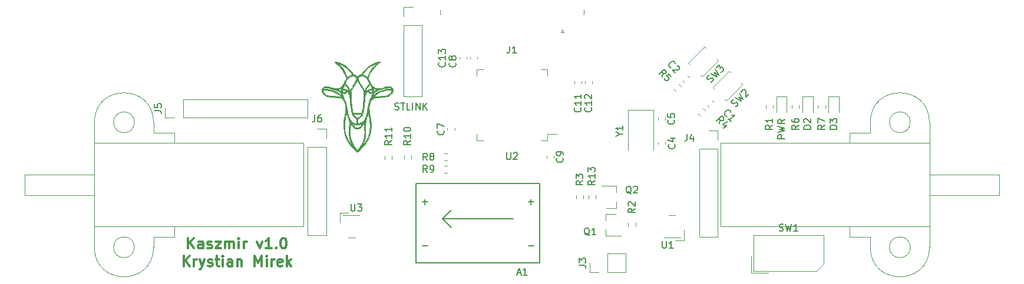
<source format=gbr>
%TF.GenerationSoftware,KiCad,Pcbnew,(5.1.7)-1*%
%TF.CreationDate,2021-05-03T22:06:55+02:00*%
%TF.ProjectId,Kaszmir,4b61737a-6d69-4722-9e6b-696361645f70,rev?*%
%TF.SameCoordinates,Original*%
%TF.FileFunction,Legend,Top*%
%TF.FilePolarity,Positive*%
%FSLAX46Y46*%
G04 Gerber Fmt 4.6, Leading zero omitted, Abs format (unit mm)*
G04 Created by KiCad (PCBNEW (5.1.7)-1) date 2021-05-03 22:06:55*
%MOMM*%
%LPD*%
G01*
G04 APERTURE LIST*
%ADD10C,0.300000*%
%ADD11C,0.120000*%
%ADD12C,0.010000*%
%ADD13C,0.150000*%
G04 APERTURE END LIST*
D10*
X49464285Y-160153571D02*
X49464285Y-158653571D01*
X50321428Y-160153571D02*
X49678571Y-159296428D01*
X50321428Y-158653571D02*
X49464285Y-159510714D01*
X51607142Y-160153571D02*
X51607142Y-159367857D01*
X51535714Y-159225000D01*
X51392857Y-159153571D01*
X51107142Y-159153571D01*
X50964285Y-159225000D01*
X51607142Y-160082142D02*
X51464285Y-160153571D01*
X51107142Y-160153571D01*
X50964285Y-160082142D01*
X50892857Y-159939285D01*
X50892857Y-159796428D01*
X50964285Y-159653571D01*
X51107142Y-159582142D01*
X51464285Y-159582142D01*
X51607142Y-159510714D01*
X52250000Y-160082142D02*
X52392857Y-160153571D01*
X52678571Y-160153571D01*
X52821428Y-160082142D01*
X52892857Y-159939285D01*
X52892857Y-159867857D01*
X52821428Y-159725000D01*
X52678571Y-159653571D01*
X52464285Y-159653571D01*
X52321428Y-159582142D01*
X52250000Y-159439285D01*
X52250000Y-159367857D01*
X52321428Y-159225000D01*
X52464285Y-159153571D01*
X52678571Y-159153571D01*
X52821428Y-159225000D01*
X53392857Y-159153571D02*
X54178571Y-159153571D01*
X53392857Y-160153571D01*
X54178571Y-160153571D01*
X54750000Y-160153571D02*
X54750000Y-159153571D01*
X54750000Y-159296428D02*
X54821428Y-159225000D01*
X54964285Y-159153571D01*
X55178571Y-159153571D01*
X55321428Y-159225000D01*
X55392857Y-159367857D01*
X55392857Y-160153571D01*
X55392857Y-159367857D02*
X55464285Y-159225000D01*
X55607142Y-159153571D01*
X55821428Y-159153571D01*
X55964285Y-159225000D01*
X56035714Y-159367857D01*
X56035714Y-160153571D01*
X56750000Y-160153571D02*
X56750000Y-159153571D01*
X56750000Y-158653571D02*
X56678571Y-158725000D01*
X56750000Y-158796428D01*
X56821428Y-158725000D01*
X56750000Y-158653571D01*
X56750000Y-158796428D01*
X57464285Y-160153571D02*
X57464285Y-159153571D01*
X57464285Y-159439285D02*
X57535714Y-159296428D01*
X57607142Y-159225000D01*
X57750000Y-159153571D01*
X57892857Y-159153571D01*
X59392857Y-159153571D02*
X59750000Y-160153571D01*
X60107142Y-159153571D01*
X61464285Y-160153571D02*
X60607142Y-160153571D01*
X61035714Y-160153571D02*
X61035714Y-158653571D01*
X60892857Y-158867857D01*
X60750000Y-159010714D01*
X60607142Y-159082142D01*
X62107142Y-160010714D02*
X62178571Y-160082142D01*
X62107142Y-160153571D01*
X62035714Y-160082142D01*
X62107142Y-160010714D01*
X62107142Y-160153571D01*
X63107142Y-158653571D02*
X63250000Y-158653571D01*
X63392857Y-158725000D01*
X63464285Y-158796428D01*
X63535714Y-158939285D01*
X63607142Y-159225000D01*
X63607142Y-159582142D01*
X63535714Y-159867857D01*
X63464285Y-160010714D01*
X63392857Y-160082142D01*
X63250000Y-160153571D01*
X63107142Y-160153571D01*
X62964285Y-160082142D01*
X62892857Y-160010714D01*
X62821428Y-159867857D01*
X62750000Y-159582142D01*
X62750000Y-159225000D01*
X62821428Y-158939285D01*
X62892857Y-158796428D01*
X62964285Y-158725000D01*
X63107142Y-158653571D01*
X48821428Y-162703571D02*
X48821428Y-161203571D01*
X49678571Y-162703571D02*
X49035714Y-161846428D01*
X49678571Y-161203571D02*
X48821428Y-162060714D01*
X50321428Y-162703571D02*
X50321428Y-161703571D01*
X50321428Y-161989285D02*
X50392857Y-161846428D01*
X50464285Y-161775000D01*
X50607142Y-161703571D01*
X50750000Y-161703571D01*
X51107142Y-161703571D02*
X51464285Y-162703571D01*
X51821428Y-161703571D02*
X51464285Y-162703571D01*
X51321428Y-163060714D01*
X51250000Y-163132142D01*
X51107142Y-163203571D01*
X52321428Y-162632142D02*
X52464285Y-162703571D01*
X52750000Y-162703571D01*
X52892857Y-162632142D01*
X52964285Y-162489285D01*
X52964285Y-162417857D01*
X52892857Y-162275000D01*
X52750000Y-162203571D01*
X52535714Y-162203571D01*
X52392857Y-162132142D01*
X52321428Y-161989285D01*
X52321428Y-161917857D01*
X52392857Y-161775000D01*
X52535714Y-161703571D01*
X52750000Y-161703571D01*
X52892857Y-161775000D01*
X53392857Y-161703571D02*
X53964285Y-161703571D01*
X53607142Y-161203571D02*
X53607142Y-162489285D01*
X53678571Y-162632142D01*
X53821428Y-162703571D01*
X53964285Y-162703571D01*
X54464285Y-162703571D02*
X54464285Y-161703571D01*
X54464285Y-161203571D02*
X54392857Y-161275000D01*
X54464285Y-161346428D01*
X54535714Y-161275000D01*
X54464285Y-161203571D01*
X54464285Y-161346428D01*
X55821428Y-162703571D02*
X55821428Y-161917857D01*
X55750000Y-161775000D01*
X55607142Y-161703571D01*
X55321428Y-161703571D01*
X55178571Y-161775000D01*
X55821428Y-162632142D02*
X55678571Y-162703571D01*
X55321428Y-162703571D01*
X55178571Y-162632142D01*
X55107142Y-162489285D01*
X55107142Y-162346428D01*
X55178571Y-162203571D01*
X55321428Y-162132142D01*
X55678571Y-162132142D01*
X55821428Y-162060714D01*
X56535714Y-161703571D02*
X56535714Y-162703571D01*
X56535714Y-161846428D02*
X56607142Y-161775000D01*
X56750000Y-161703571D01*
X56964285Y-161703571D01*
X57107142Y-161775000D01*
X57178571Y-161917857D01*
X57178571Y-162703571D01*
X59035714Y-162703571D02*
X59035714Y-161203571D01*
X59535714Y-162275000D01*
X60035714Y-161203571D01*
X60035714Y-162703571D01*
X60750000Y-162703571D02*
X60750000Y-161703571D01*
X60750000Y-161203571D02*
X60678571Y-161275000D01*
X60750000Y-161346428D01*
X60821428Y-161275000D01*
X60750000Y-161203571D01*
X60750000Y-161346428D01*
X61464285Y-162703571D02*
X61464285Y-161703571D01*
X61464285Y-161989285D02*
X61535714Y-161846428D01*
X61607142Y-161775000D01*
X61750000Y-161703571D01*
X61892857Y-161703571D01*
X62964285Y-162632142D02*
X62821428Y-162703571D01*
X62535714Y-162703571D01*
X62392857Y-162632142D01*
X62321428Y-162489285D01*
X62321428Y-161917857D01*
X62392857Y-161775000D01*
X62535714Y-161703571D01*
X62821428Y-161703571D01*
X62964285Y-161775000D01*
X63035714Y-161917857D01*
X63035714Y-162060714D01*
X62321428Y-162203571D01*
X63678571Y-162703571D02*
X63678571Y-161203571D01*
X63821428Y-162132142D02*
X64250000Y-162703571D01*
X64250000Y-161703571D02*
X63678571Y-162275000D01*
D11*
X26000000Y-152500000D02*
X36000000Y-152500000D01*
X26000000Y-149500000D02*
X36000000Y-149500000D01*
X26000000Y-152500000D02*
X26000000Y-149500000D01*
X36000000Y-142000000D02*
G75*
G02*
X44500000Y-142000000I4250000J0D01*
G01*
X36000000Y-157000000D02*
X36000000Y-145000000D01*
X44500000Y-160000000D02*
G75*
G02*
X36000000Y-160000000I-4250000J0D01*
G01*
X36000000Y-145000000D02*
X36000000Y-142000000D01*
X44500000Y-142000000D02*
X44500000Y-143500000D01*
X41750000Y-142000000D02*
G75*
G03*
X41750000Y-142000000I-1500000J0D01*
G01*
X44500000Y-160000000D02*
X44500000Y-158500000D01*
X66000000Y-145000000D02*
X66000000Y-157000000D01*
X47500000Y-143500000D02*
X47500000Y-145000000D01*
X44500000Y-143500000D02*
X47500000Y-143500000D01*
X66000000Y-157000000D02*
X36000000Y-157000000D01*
X47500000Y-158500000D02*
X47500000Y-157000000D01*
X44500000Y-158500000D02*
X47500000Y-158500000D01*
X36000000Y-157000000D02*
X36000000Y-160000000D01*
X36000000Y-145000000D02*
X66000000Y-145000000D01*
X41750000Y-160000000D02*
G75*
G03*
X41750000Y-160000000I-1500000J0D01*
G01*
X166000000Y-152500000D02*
X156000000Y-152500000D01*
X166000000Y-149500000D02*
X156000000Y-149500000D01*
X166000000Y-149500000D02*
X166000000Y-152500000D01*
X153250000Y-142000000D02*
G75*
G03*
X153250000Y-142000000I-1500000J0D01*
G01*
X156000000Y-157000000D02*
X126000000Y-157000000D01*
X156000000Y-145000000D02*
X156000000Y-142000000D01*
X147500000Y-143500000D02*
X144500000Y-143500000D01*
X144500000Y-143500000D02*
X144500000Y-145000000D01*
X126000000Y-145000000D02*
X156000000Y-145000000D01*
X147500000Y-158500000D02*
X144500000Y-158500000D01*
X144500000Y-158500000D02*
X144500000Y-157000000D01*
X126000000Y-157000000D02*
X126000000Y-145000000D01*
X147500000Y-142000000D02*
X147500000Y-143500000D01*
X153250000Y-160000000D02*
G75*
G03*
X153250000Y-160000000I-1500000J0D01*
G01*
X147500000Y-160000000D02*
X147500000Y-158500000D01*
X156000000Y-157000000D02*
X156000000Y-160000000D01*
X147500000Y-142000000D02*
G75*
G02*
X156000000Y-142000000I4250000J0D01*
G01*
X156000000Y-145000000D02*
X156000000Y-157000000D01*
X156000000Y-160000000D02*
G75*
G02*
X147500000Y-160000000I-4250000J0D01*
G01*
D12*
%TO.C,G\u002A\u002A\u002A*%
G36*
X70739561Y-133275678D02*
G01*
X70994792Y-133342956D01*
X71093077Y-133373300D01*
X71625662Y-133593861D01*
X72124789Y-133902531D01*
X72574075Y-134287261D01*
X72957140Y-134736005D01*
X72969454Y-134753153D01*
X73137838Y-134962007D01*
X73300168Y-135114140D01*
X73387214Y-135169853D01*
X73538055Y-135247780D01*
X73668197Y-135321603D01*
X73683658Y-135331220D01*
X73778338Y-135375073D01*
X73853669Y-135348098D01*
X73886858Y-135320504D01*
X73995927Y-135246102D01*
X74141498Y-135171906D01*
X74160111Y-135164006D01*
X74287377Y-135079444D01*
X74562800Y-135079444D01*
X74604470Y-135122121D01*
X74710540Y-135187421D01*
X74784686Y-135225550D01*
X74938630Y-135311902D01*
X75065301Y-135403009D01*
X75098446Y-135434482D01*
X75164584Y-135494124D01*
X75215837Y-135493389D01*
X75264838Y-135420661D01*
X75324222Y-135264323D01*
X75342374Y-135210202D01*
X75529049Y-134781205D01*
X75802798Y-134347130D01*
X76151855Y-133926426D01*
X76180017Y-133896685D01*
X76564542Y-133494208D01*
X76300530Y-133594525D01*
X75799270Y-133837062D01*
X75337328Y-134163504D01*
X74936191Y-134557734D01*
X74812851Y-134710440D01*
X74696853Y-134868114D01*
X74609448Y-134995386D01*
X74565372Y-135070506D01*
X74562800Y-135079444D01*
X74287377Y-135079444D01*
X74323329Y-135055556D01*
X74505454Y-134855299D01*
X74577870Y-134758023D01*
X74928129Y-134339198D01*
X75338528Y-133971164D01*
X75790992Y-133665793D01*
X76267448Y-133434958D01*
X76749823Y-133290532D01*
X76836100Y-133274592D01*
X76988376Y-133264791D01*
X77051562Y-133297732D01*
X77026333Y-133368578D01*
X76913367Y-133472488D01*
X76797145Y-133552948D01*
X76473473Y-133806602D01*
X76160309Y-134136766D01*
X75876044Y-134518657D01*
X75639069Y-134927491D01*
X75467774Y-135338483D01*
X75464328Y-135349082D01*
X75351748Y-135697964D01*
X75630374Y-136231882D01*
X75815019Y-136558044D01*
X75989530Y-136797346D01*
X76169363Y-136961255D01*
X76369974Y-137061236D01*
X76606822Y-137108754D01*
X76823400Y-137116808D01*
X77034944Y-137097779D01*
X77306859Y-137048391D01*
X77604825Y-136975105D01*
X77661600Y-136958998D01*
X77976986Y-136873342D01*
X78215897Y-136824398D01*
X78396208Y-136811192D01*
X78535799Y-136832755D01*
X78652546Y-136888114D01*
X78675748Y-136903881D01*
X78840130Y-137074408D01*
X78914591Y-137279190D01*
X78899165Y-137505249D01*
X78793884Y-137739606D01*
X78673276Y-137894606D01*
X78512924Y-138049054D01*
X78342501Y-138166245D01*
X78143914Y-138252072D01*
X77899073Y-138312425D01*
X77589885Y-138353198D01*
X77198258Y-138380281D01*
X77179000Y-138381243D01*
X76808361Y-138403127D01*
X76522232Y-138430213D01*
X76303529Y-138466593D01*
X76135166Y-138516364D01*
X76000060Y-138583620D01*
X75881125Y-138672456D01*
X75850723Y-138699612D01*
X75689233Y-138911605D01*
X75571170Y-139203483D01*
X75498082Y-139562563D01*
X75471513Y-139976164D01*
X75493009Y-140431605D01*
X75564116Y-140916203D01*
X75574323Y-140967288D01*
X75629655Y-141263416D01*
X75683393Y-141595076D01*
X75726609Y-141905724D01*
X75738394Y-142006308D01*
X75763479Y-142655000D01*
X75699951Y-143293203D01*
X75551519Y-143906788D01*
X75321896Y-144481627D01*
X75014790Y-145003590D01*
X74916121Y-145137437D01*
X74789936Y-145290906D01*
X74629811Y-145471718D01*
X74450272Y-145665093D01*
X74265846Y-145856255D01*
X74091060Y-146030424D01*
X73940440Y-146172822D01*
X73828514Y-146268671D01*
X73770199Y-146303200D01*
X73715810Y-146268350D01*
X73606127Y-146172618D01*
X73455357Y-146029232D01*
X73277708Y-145851418D01*
X73210339Y-145781971D01*
X72894652Y-145440953D01*
X72643617Y-145136964D01*
X72440333Y-144846442D01*
X72267897Y-144545826D01*
X72151743Y-144306375D01*
X71958828Y-143787695D01*
X71839502Y-143234410D01*
X71793185Y-142637501D01*
X71803340Y-142384840D01*
X71942494Y-142384840D01*
X71953311Y-142790706D01*
X71993849Y-143202355D01*
X72060675Y-143581640D01*
X72127079Y-143825226D01*
X72280896Y-144207911D01*
X72486172Y-144606679D01*
X72718735Y-144977575D01*
X72875178Y-145185441D01*
X72992175Y-145323768D01*
X73082032Y-145422860D01*
X73127897Y-145464282D01*
X73130082Y-145464282D01*
X73114966Y-145417261D01*
X73061127Y-145304774D01*
X72979697Y-145149884D01*
X72967854Y-145128183D01*
X72841052Y-144879308D01*
X72744156Y-144641527D01*
X72673841Y-144395949D01*
X72626784Y-144123684D01*
X72599659Y-143805840D01*
X72595313Y-143647830D01*
X72741134Y-143647830D01*
X72745336Y-143854992D01*
X72759121Y-144022457D01*
X72783248Y-144170771D01*
X72803799Y-144262396D01*
X72941327Y-144679454D01*
X73151363Y-145118739D01*
X73419124Y-145550486D01*
X73497610Y-145659498D01*
X73612222Y-145812532D01*
X73699152Y-145909554D01*
X73773119Y-145945916D01*
X73848841Y-145916970D01*
X73941039Y-145818069D01*
X74064432Y-145644563D01*
X74195680Y-145448626D01*
X74445960Y-145448626D01*
X74495565Y-145404812D01*
X74597082Y-145280326D01*
X74752653Y-145073830D01*
X74844454Y-144948886D01*
X75095678Y-144549764D01*
X75314091Y-144095808D01*
X75478148Y-143633154D01*
X75504854Y-143534600D01*
X75562817Y-143203285D01*
X75591029Y-142800670D01*
X75589966Y-142352455D01*
X75560101Y-141884339D01*
X75501910Y-141422022D01*
X75461687Y-141197800D01*
X75339822Y-140588200D01*
X75277441Y-140816800D01*
X75234036Y-140971456D01*
X75172455Y-141185395D01*
X75103682Y-141420572D01*
X75079429Y-141502600D01*
X75033310Y-141662610D01*
X74999331Y-141800148D01*
X74975933Y-141934507D01*
X74961559Y-142084978D01*
X74954648Y-142270855D01*
X74953644Y-142511431D01*
X74956987Y-142825999D01*
X74959372Y-142988754D01*
X74963033Y-143414887D01*
X74957378Y-143759301D01*
X74938946Y-144041710D01*
X74904278Y-144281825D01*
X74849914Y-144499360D01*
X74772395Y-144714027D01*
X74668260Y-144945539D01*
X74587186Y-145109400D01*
X74493913Y-145299583D01*
X74446123Y-145413104D01*
X74445960Y-145448626D01*
X74195680Y-145448626D01*
X74203806Y-145436496D01*
X74414359Y-145101579D01*
X74573944Y-144793349D01*
X74687579Y-144490447D01*
X74760283Y-144171515D01*
X74797075Y-143815194D01*
X74802974Y-143400125D01*
X74786016Y-142958680D01*
X74740600Y-142128760D01*
X74520713Y-142441151D01*
X74319852Y-142691216D01*
X74126890Y-142852243D01*
X73927147Y-142934257D01*
X73775400Y-142950020D01*
X73560771Y-142916520D01*
X73360044Y-142809662D01*
X73158931Y-142619907D01*
X73019593Y-142445367D01*
X72827421Y-142184319D01*
X73045984Y-142184319D01*
X73099902Y-142279096D01*
X73200570Y-142412655D01*
X73321827Y-142554413D01*
X73437514Y-142673785D01*
X73521400Y-142740150D01*
X73724831Y-142791110D01*
X73940945Y-142764477D01*
X74046961Y-142717563D01*
X74138617Y-142643760D01*
X74253352Y-142526713D01*
X74368525Y-142393097D01*
X74461496Y-142269583D01*
X74509625Y-142182846D01*
X74512000Y-142169696D01*
X74472137Y-142170849D01*
X74370488Y-142211727D01*
X74296100Y-142248572D01*
X74017555Y-142342628D01*
X73707765Y-142363041D01*
X73405367Y-142309915D01*
X73249184Y-142245758D01*
X73127138Y-142189826D01*
X73055114Y-142172445D01*
X73045984Y-142184319D01*
X72827421Y-142184319D01*
X72795576Y-142141062D01*
X72758450Y-143032227D01*
X72745758Y-143380424D01*
X72741134Y-143647830D01*
X72595313Y-143647830D01*
X72589142Y-143423527D01*
X72591416Y-142989222D01*
X72607000Y-141959800D01*
X72432977Y-141350200D01*
X72363807Y-141114070D01*
X72301772Y-140913595D01*
X72253380Y-140769061D01*
X72225144Y-140700754D01*
X72224105Y-140699367D01*
X72200746Y-140726703D01*
X72167108Y-140838421D01*
X72126388Y-141018202D01*
X72081784Y-141249727D01*
X72036492Y-141516676D01*
X71993708Y-141802728D01*
X71964833Y-142022904D01*
X71942494Y-142384840D01*
X71803340Y-142384840D01*
X71819293Y-141987952D01*
X71917246Y-141276745D01*
X71946326Y-141121600D01*
X72041829Y-140513759D01*
X72076699Y-139980844D01*
X72051242Y-139524162D01*
X71965763Y-139145021D01*
X71820568Y-138844728D01*
X71615961Y-138624590D01*
X71352249Y-138485915D01*
X71329096Y-138478529D01*
X71208634Y-138454438D01*
X71010711Y-138428923D01*
X70759390Y-138404521D01*
X70478732Y-138383773D01*
X70371800Y-138377505D01*
X70085492Y-138358242D01*
X69818741Y-138333513D01*
X69595899Y-138306053D01*
X69441319Y-138278598D01*
X69406600Y-138269088D01*
X69220028Y-138175863D01*
X69025792Y-138027944D01*
X68848517Y-137850085D01*
X68712824Y-137667045D01*
X68645447Y-137508536D01*
X68847061Y-137508536D01*
X68877833Y-137647468D01*
X68982619Y-137795969D01*
X69151217Y-137940058D01*
X69373427Y-138065757D01*
X69399872Y-138077501D01*
X69524643Y-138124433D01*
X69664026Y-138159484D01*
X69838942Y-138185653D01*
X70070312Y-138205937D01*
X70379060Y-138223334D01*
X70436191Y-138226011D01*
X70707042Y-138240416D01*
X70941086Y-138256572D01*
X71119935Y-138272918D01*
X71225202Y-138287895D01*
X71244757Y-138294624D01*
X71319940Y-138324566D01*
X71355431Y-138327600D01*
X71376804Y-138297862D01*
X71316175Y-138208970D01*
X71258065Y-138145476D01*
X71060228Y-137968955D01*
X70821518Y-137814232D01*
X70526575Y-137673933D01*
X70160042Y-137540686D01*
X69737821Y-137415636D01*
X69401019Y-137338816D01*
X69146676Y-137315950D01*
X68971222Y-137346942D01*
X68900504Y-137393152D01*
X68847061Y-137508536D01*
X68645447Y-137508536D01*
X68643339Y-137503579D01*
X68642899Y-137501253D01*
X68643265Y-137260197D01*
X68666807Y-137204589D01*
X68845903Y-137204589D01*
X68926755Y-137185989D01*
X69002012Y-137158510D01*
X69138849Y-137143472D01*
X69355848Y-137166945D01*
X69640277Y-137226298D01*
X69979402Y-137318898D01*
X70341022Y-137435396D01*
X70691688Y-137572048D01*
X70972098Y-137722019D01*
X71213458Y-137903947D01*
X71360276Y-138044145D01*
X71479485Y-138163975D01*
X71567929Y-138247966D01*
X71604555Y-138276800D01*
X71591610Y-138235985D01*
X71540764Y-138128647D01*
X71462793Y-137977443D01*
X71457374Y-137967259D01*
X71369094Y-137822401D01*
X71643506Y-137822401D01*
X71643555Y-137883863D01*
X71652014Y-137920041D01*
X71689358Y-138033790D01*
X71754395Y-138200192D01*
X71819779Y-138353000D01*
X71912948Y-138576967D01*
X72008598Y-138830382D01*
X72062805Y-138988000D01*
X72101176Y-139111420D01*
X72136389Y-139238770D01*
X72171667Y-139385405D01*
X72210232Y-139566680D01*
X72255305Y-139797953D01*
X72310108Y-140094578D01*
X72377864Y-140471912D01*
X72398544Y-140588200D01*
X72499213Y-141036564D01*
X72629320Y-141396999D01*
X72795271Y-141680531D01*
X73003474Y-141898186D01*
X73251894Y-142056816D01*
X73454130Y-142151401D01*
X73584314Y-142188041D01*
X73658107Y-142160059D01*
X73691173Y-142060778D01*
X73699173Y-141883523D01*
X73699200Y-141866152D01*
X73699200Y-141543904D01*
X73851600Y-141543904D01*
X73851600Y-142201100D01*
X74016700Y-142168393D01*
X74159143Y-142121551D01*
X74331118Y-142040300D01*
X74408714Y-141995811D01*
X74626711Y-141824732D01*
X74807358Y-141598327D01*
X74955655Y-141306092D01*
X75076606Y-140937525D01*
X75175212Y-140482123D01*
X75200043Y-140334200D01*
X75277670Y-139874376D01*
X75353856Y-139491937D01*
X75435058Y-139162977D01*
X75527731Y-138863587D01*
X75638333Y-138569859D01*
X75741962Y-138327600D01*
X75752681Y-138302200D01*
X75918350Y-138302200D01*
X75919137Y-138301456D01*
X76179626Y-138301456D01*
X76226762Y-138308763D01*
X76239200Y-138305584D01*
X76333759Y-138290068D01*
X76508158Y-138271581D01*
X76740754Y-138252051D01*
X77009903Y-138233409D01*
X77128200Y-138226333D01*
X77413608Y-138206521D01*
X77678614Y-138181656D01*
X77899160Y-138154454D01*
X78051191Y-138127630D01*
X78085394Y-138118300D01*
X78251303Y-138037594D01*
X78425112Y-137913147D01*
X78577706Y-137770230D01*
X78679974Y-137634115D01*
X78701315Y-137583652D01*
X78693644Y-137455733D01*
X78601623Y-137361968D01*
X78440161Y-137314811D01*
X78375731Y-137311600D01*
X78212817Y-137329493D01*
X77982292Y-137378016D01*
X77710622Y-137449434D01*
X77424272Y-137536012D01*
X77149709Y-137630016D01*
X76913400Y-137723709D01*
X76823400Y-137765279D01*
X76674513Y-137849698D01*
X76523939Y-137953042D01*
X76385419Y-138062601D01*
X76272698Y-138165664D01*
X76199519Y-138249519D01*
X76179626Y-138301456D01*
X75919137Y-138301456D01*
X76220740Y-138016455D01*
X76392878Y-137865039D01*
X76567396Y-137729801D01*
X76709798Y-137637244D01*
X76724065Y-137629772D01*
X76921316Y-137543759D01*
X77186885Y-137446000D01*
X77489876Y-137346654D01*
X77799397Y-137255875D01*
X78071724Y-137186736D01*
X78316521Y-137143377D01*
X78497919Y-137143030D01*
X78574585Y-137158794D01*
X78743521Y-137207244D01*
X78621660Y-137077521D01*
X78517163Y-136990621D01*
X78399403Y-136963241D01*
X78296600Y-136968686D01*
X78128479Y-136996490D01*
X77900186Y-137048690D01*
X77632926Y-137118865D01*
X77347900Y-137200592D01*
X77066312Y-137287446D01*
X76809364Y-137373006D01*
X76598260Y-137450847D01*
X76454202Y-137514548D01*
X76414121Y-137538951D01*
X76310086Y-137645715D01*
X76190668Y-137808435D01*
X76088379Y-137979959D01*
X75918350Y-138302200D01*
X75752681Y-138302200D01*
X75815671Y-138152944D01*
X75874478Y-137997126D01*
X75898267Y-137921006D01*
X75911482Y-137841962D01*
X75882003Y-137808309D01*
X75786002Y-137805751D01*
X75714784Y-137810934D01*
X75557531Y-137809773D01*
X75444600Y-137762430D01*
X75357219Y-137685764D01*
X75214927Y-137543472D01*
X75117305Y-137668836D01*
X75042086Y-137791165D01*
X74978103Y-137956441D01*
X74922738Y-138176884D01*
X74873375Y-138464714D01*
X74827398Y-138832150D01*
X74791336Y-139191200D01*
X74742145Y-139676448D01*
X74690936Y-140073216D01*
X74633514Y-140394598D01*
X74565684Y-140653691D01*
X74483249Y-140863589D01*
X74382016Y-141037389D01*
X74257789Y-141188186D01*
X74106495Y-141328973D01*
X73851600Y-141543904D01*
X73699200Y-141543904D01*
X73444304Y-141328973D01*
X73294522Y-141189963D01*
X73171597Y-141041811D01*
X73093828Y-140909656D01*
X73266193Y-140909656D01*
X73344372Y-141034202D01*
X73491519Y-141174795D01*
X73555822Y-141223896D01*
X73681278Y-141310789D01*
X73761896Y-141343674D01*
X73834551Y-141328924D01*
X73913968Y-141285801D01*
X74054756Y-141182772D01*
X74185766Y-141055588D01*
X74189087Y-141051704D01*
X74265168Y-140942737D01*
X74295488Y-140859391D01*
X74294050Y-140848504D01*
X74238152Y-140821840D01*
X74107774Y-140800582D01*
X73929937Y-140785577D01*
X73731657Y-140777673D01*
X73539954Y-140777717D01*
X73381847Y-140786555D01*
X73284354Y-140805037D01*
X73267698Y-140816316D01*
X73266193Y-140909656D01*
X73093828Y-140909656D01*
X73071344Y-140871449D01*
X72989582Y-140665806D01*
X72922129Y-140411812D01*
X72864803Y-140096398D01*
X72813420Y-139706494D01*
X72763799Y-139229031D01*
X72760208Y-139191200D01*
X72714560Y-138752308D01*
X72667950Y-138402690D01*
X72640084Y-138251400D01*
X72866474Y-138251400D01*
X72874975Y-138529972D01*
X72894474Y-138856761D01*
X72922613Y-139208419D01*
X72957033Y-139561598D01*
X72995374Y-139892949D01*
X73035277Y-140179125D01*
X73074383Y-140396777D01*
X73089750Y-140461200D01*
X73137476Y-140639000D01*
X74413323Y-140639000D01*
X74461049Y-140461200D01*
X74512587Y-140221852D01*
X74558883Y-139917386D01*
X74598908Y-139566712D01*
X74631631Y-139188740D01*
X74656023Y-138802379D01*
X74671055Y-138426539D01*
X74675696Y-138080130D01*
X74668917Y-137782062D01*
X74653001Y-137591000D01*
X74961442Y-137591000D01*
X75105021Y-137457507D01*
X75127039Y-137439246D01*
X75444522Y-137439246D01*
X75449233Y-137545398D01*
X75531073Y-137629153D01*
X75665577Y-137666870D01*
X75680400Y-137667200D01*
X75807240Y-137641269D01*
X75883063Y-137591646D01*
X75929973Y-137486687D01*
X75885254Y-137408516D01*
X75757418Y-137366761D01*
X75680400Y-137362400D01*
X75515404Y-137382610D01*
X75444522Y-137439246D01*
X75127039Y-137439246D01*
X75233165Y-137351233D01*
X75354772Y-137269578D01*
X75365579Y-137263785D01*
X75494732Y-137222970D01*
X75658730Y-137201530D01*
X75683079Y-137200790D01*
X75809375Y-137188597D01*
X75815555Y-137186195D01*
X76096134Y-137186195D01*
X76109158Y-137303428D01*
X76116914Y-137355032D01*
X76150397Y-137564427D01*
X76313278Y-137425313D01*
X76476159Y-137286200D01*
X76294179Y-137204029D01*
X76175628Y-137154685D01*
X76104650Y-137133060D01*
X76097815Y-137133747D01*
X76096134Y-137186195D01*
X75815555Y-137186195D01*
X75878913Y-137161572D01*
X75883600Y-137151522D01*
X75861492Y-137075328D01*
X75806160Y-136952570D01*
X75734094Y-136814016D01*
X75661781Y-136690434D01*
X75605710Y-136612591D01*
X75588253Y-136600400D01*
X75524007Y-136637494D01*
X75422679Y-136732245D01*
X75306552Y-136859859D01*
X75197907Y-136995539D01*
X75119027Y-137114489D01*
X75108926Y-137133800D01*
X75042366Y-137294851D01*
X74997850Y-137438600D01*
X74961442Y-137591000D01*
X74653001Y-137591000D01*
X74649689Y-137551244D01*
X74625996Y-137432043D01*
X74571066Y-137302696D01*
X74472748Y-137117930D01*
X74346367Y-136905246D01*
X74243403Y-136745478D01*
X74106447Y-136534982D01*
X73984999Y-136338044D01*
X73894310Y-136179982D01*
X73855120Y-136100898D01*
X73785627Y-135933127D01*
X73625878Y-136228663D01*
X73513806Y-136423086D01*
X73372280Y-136651026D01*
X73231548Y-136863793D01*
X73228867Y-136867678D01*
X73083729Y-137091838D01*
X72981977Y-137292386D01*
X72916585Y-137496148D01*
X72880530Y-137729948D01*
X72866784Y-138020611D01*
X72866474Y-138251400D01*
X72640084Y-138251400D01*
X72617729Y-138130033D01*
X72561249Y-137922024D01*
X72495862Y-137766351D01*
X72432441Y-137667441D01*
X72333767Y-137540682D01*
X72182240Y-137685854D01*
X72059214Y-137783006D01*
X71936374Y-137815727D01*
X71825485Y-137811454D01*
X71696114Y-137803294D01*
X71643506Y-137822401D01*
X71369094Y-137822401D01*
X71348152Y-137788038D01*
X71228423Y-137630332D01*
X71136895Y-137539355D01*
X71034353Y-137485379D01*
X70854205Y-137414021D01*
X70617624Y-137331691D01*
X70437051Y-137273973D01*
X71051817Y-137273973D01*
X71219808Y-137414699D01*
X71387800Y-137555425D01*
X71395411Y-137520119D01*
X71612333Y-137520119D01*
X71650366Y-137575066D01*
X71770130Y-137647549D01*
X71916657Y-137662791D01*
X72043658Y-137618976D01*
X72073063Y-137591646D01*
X72119201Y-137486582D01*
X72074332Y-137407540D01*
X71948001Y-137365982D01*
X71882154Y-137362400D01*
X71707379Y-137381991D01*
X71615187Y-137436631D01*
X71612333Y-137520119D01*
X71395411Y-137520119D01*
X71427036Y-137373421D01*
X71449462Y-137244229D01*
X71453942Y-137161533D01*
X71453019Y-137157511D01*
X71667200Y-137157511D01*
X71712552Y-137189041D01*
X71827091Y-137207763D01*
X71891850Y-137210000D01*
X72062155Y-137227835D01*
X72213861Y-137293555D01*
X72336350Y-137379066D01*
X72459390Y-137464778D01*
X72546323Y-137508650D01*
X72572918Y-137506709D01*
X72562061Y-137441619D01*
X72516675Y-137316125D01*
X72465089Y-137197943D01*
X72372822Y-137031846D01*
X72256600Y-136866063D01*
X72135709Y-136723724D01*
X72029435Y-136627955D01*
X71966827Y-136600400D01*
X71923553Y-136641825D01*
X71856048Y-136745645D01*
X71780813Y-136881180D01*
X71714350Y-137017746D01*
X71673160Y-137124662D01*
X71667200Y-137157511D01*
X71453019Y-137157511D01*
X71452436Y-137154974D01*
X71401984Y-137149221D01*
X71292214Y-137178600D01*
X71245208Y-137196251D01*
X71051817Y-137273973D01*
X70437051Y-137273973D01*
X70345778Y-137244799D01*
X70059839Y-137159755D01*
X69780976Y-137082972D01*
X69530359Y-137020857D01*
X69329159Y-136979823D01*
X69254200Y-136969267D01*
X69102854Y-136967630D01*
X68996597Y-137014643D01*
X68927844Y-137078898D01*
X68848282Y-137171055D01*
X68845903Y-137204589D01*
X68666807Y-137204589D01*
X68731398Y-137052023D01*
X68894551Y-136899381D01*
X69028857Y-136835892D01*
X69176480Y-136810545D01*
X69359319Y-136824145D01*
X69599275Y-136877500D01*
X69791347Y-136932405D01*
X70211963Y-137045085D01*
X70558949Y-137106258D01*
X70845321Y-137117478D01*
X71067494Y-137084744D01*
X71268419Y-137017296D01*
X71435208Y-136919703D01*
X71583643Y-136776084D01*
X71729504Y-136570561D01*
X71821194Y-136407256D01*
X72016260Y-136407256D01*
X72219634Y-136581336D01*
X72388221Y-136768947D01*
X72549356Y-137026949D01*
X72684531Y-137324738D01*
X72707313Y-137387800D01*
X72733563Y-137432661D01*
X72766245Y-137406248D01*
X72815713Y-137297286D01*
X72834366Y-137249448D01*
X72912150Y-137084269D01*
X73027272Y-136882800D01*
X73153448Y-136690648D01*
X73350103Y-136394607D01*
X73503361Y-136122869D01*
X73605214Y-135891520D01*
X73647653Y-135716643D01*
X73648333Y-135698342D01*
X73908256Y-135698342D01*
X73940473Y-135876728D01*
X74034935Y-136100885D01*
X74194493Y-136380122D01*
X74404016Y-136697714D01*
X74528632Y-136888705D01*
X74635114Y-137070142D01*
X74705445Y-137210734D01*
X74717307Y-137241786D01*
X74763465Y-137355067D01*
X74803730Y-137411713D01*
X74808815Y-137413200D01*
X74843612Y-137369530D01*
X74896242Y-137257072D01*
X74936448Y-137152208D01*
X75076299Y-136884239D01*
X75278246Y-136642115D01*
X75527348Y-136393012D01*
X75373785Y-136088804D01*
X75189250Y-135788435D01*
X74977881Y-135553796D01*
X74751144Y-135390365D01*
X74520510Y-135303621D01*
X74297445Y-135299043D01*
X74093418Y-135382111D01*
X74019142Y-135441636D01*
X73935430Y-135556414D01*
X73908256Y-135698342D01*
X73648333Y-135698342D01*
X73648400Y-135696543D01*
X73601537Y-135535109D01*
X73476692Y-135398340D01*
X73297481Y-135310131D01*
X73256805Y-135300341D01*
X73022598Y-135303428D01*
X72782977Y-135397848D01*
X72549888Y-135574830D01*
X72335278Y-135825600D01*
X72173419Y-136095926D01*
X72016260Y-136407256D01*
X71821194Y-136407256D01*
X71888572Y-136287254D01*
X71919513Y-136227382D01*
X72194875Y-135689555D01*
X72104001Y-135395677D01*
X71918870Y-134940620D01*
X71654339Y-134491665D01*
X71330288Y-134076500D01*
X70966597Y-133722810D01*
X70821740Y-133609998D01*
X70672044Y-133492895D01*
X70982801Y-133492895D01*
X71308867Y-133825071D01*
X71610574Y-134160164D01*
X71855574Y-134500393D01*
X72061350Y-134874738D01*
X72245385Y-135312175D01*
X72304050Y-135474527D01*
X72343238Y-135499938D01*
X72428114Y-135454791D01*
X72492804Y-135403329D01*
X72643281Y-135294025D01*
X72799728Y-135205338D01*
X72822900Y-135195020D01*
X72932666Y-135138191D01*
X72986799Y-135088921D01*
X72988000Y-135083294D01*
X72959235Y-135025547D01*
X72882791Y-134909691D01*
X72773441Y-134757756D01*
X72737948Y-134710440D01*
X72362325Y-134294955D01*
X71918024Y-133942107D01*
X71426162Y-133667728D01*
X71248541Y-133593868D01*
X70982801Y-133492895D01*
X70672044Y-133492895D01*
X70623131Y-133454632D01*
X70515926Y-133343239D01*
X70499809Y-133276097D01*
X70574460Y-133253484D01*
X70739561Y-133275678D01*
G37*
X70739561Y-133275678D02*
X70994792Y-133342956D01*
X71093077Y-133373300D01*
X71625662Y-133593861D01*
X72124789Y-133902531D01*
X72574075Y-134287261D01*
X72957140Y-134736005D01*
X72969454Y-134753153D01*
X73137838Y-134962007D01*
X73300168Y-135114140D01*
X73387214Y-135169853D01*
X73538055Y-135247780D01*
X73668197Y-135321603D01*
X73683658Y-135331220D01*
X73778338Y-135375073D01*
X73853669Y-135348098D01*
X73886858Y-135320504D01*
X73995927Y-135246102D01*
X74141498Y-135171906D01*
X74160111Y-135164006D01*
X74287377Y-135079444D01*
X74562800Y-135079444D01*
X74604470Y-135122121D01*
X74710540Y-135187421D01*
X74784686Y-135225550D01*
X74938630Y-135311902D01*
X75065301Y-135403009D01*
X75098446Y-135434482D01*
X75164584Y-135494124D01*
X75215837Y-135493389D01*
X75264838Y-135420661D01*
X75324222Y-135264323D01*
X75342374Y-135210202D01*
X75529049Y-134781205D01*
X75802798Y-134347130D01*
X76151855Y-133926426D01*
X76180017Y-133896685D01*
X76564542Y-133494208D01*
X76300530Y-133594525D01*
X75799270Y-133837062D01*
X75337328Y-134163504D01*
X74936191Y-134557734D01*
X74812851Y-134710440D01*
X74696853Y-134868114D01*
X74609448Y-134995386D01*
X74565372Y-135070506D01*
X74562800Y-135079444D01*
X74287377Y-135079444D01*
X74323329Y-135055556D01*
X74505454Y-134855299D01*
X74577870Y-134758023D01*
X74928129Y-134339198D01*
X75338528Y-133971164D01*
X75790992Y-133665793D01*
X76267448Y-133434958D01*
X76749823Y-133290532D01*
X76836100Y-133274592D01*
X76988376Y-133264791D01*
X77051562Y-133297732D01*
X77026333Y-133368578D01*
X76913367Y-133472488D01*
X76797145Y-133552948D01*
X76473473Y-133806602D01*
X76160309Y-134136766D01*
X75876044Y-134518657D01*
X75639069Y-134927491D01*
X75467774Y-135338483D01*
X75464328Y-135349082D01*
X75351748Y-135697964D01*
X75630374Y-136231882D01*
X75815019Y-136558044D01*
X75989530Y-136797346D01*
X76169363Y-136961255D01*
X76369974Y-137061236D01*
X76606822Y-137108754D01*
X76823400Y-137116808D01*
X77034944Y-137097779D01*
X77306859Y-137048391D01*
X77604825Y-136975105D01*
X77661600Y-136958998D01*
X77976986Y-136873342D01*
X78215897Y-136824398D01*
X78396208Y-136811192D01*
X78535799Y-136832755D01*
X78652546Y-136888114D01*
X78675748Y-136903881D01*
X78840130Y-137074408D01*
X78914591Y-137279190D01*
X78899165Y-137505249D01*
X78793884Y-137739606D01*
X78673276Y-137894606D01*
X78512924Y-138049054D01*
X78342501Y-138166245D01*
X78143914Y-138252072D01*
X77899073Y-138312425D01*
X77589885Y-138353198D01*
X77198258Y-138380281D01*
X77179000Y-138381243D01*
X76808361Y-138403127D01*
X76522232Y-138430213D01*
X76303529Y-138466593D01*
X76135166Y-138516364D01*
X76000060Y-138583620D01*
X75881125Y-138672456D01*
X75850723Y-138699612D01*
X75689233Y-138911605D01*
X75571170Y-139203483D01*
X75498082Y-139562563D01*
X75471513Y-139976164D01*
X75493009Y-140431605D01*
X75564116Y-140916203D01*
X75574323Y-140967288D01*
X75629655Y-141263416D01*
X75683393Y-141595076D01*
X75726609Y-141905724D01*
X75738394Y-142006308D01*
X75763479Y-142655000D01*
X75699951Y-143293203D01*
X75551519Y-143906788D01*
X75321896Y-144481627D01*
X75014790Y-145003590D01*
X74916121Y-145137437D01*
X74789936Y-145290906D01*
X74629811Y-145471718D01*
X74450272Y-145665093D01*
X74265846Y-145856255D01*
X74091060Y-146030424D01*
X73940440Y-146172822D01*
X73828514Y-146268671D01*
X73770199Y-146303200D01*
X73715810Y-146268350D01*
X73606127Y-146172618D01*
X73455357Y-146029232D01*
X73277708Y-145851418D01*
X73210339Y-145781971D01*
X72894652Y-145440953D01*
X72643617Y-145136964D01*
X72440333Y-144846442D01*
X72267897Y-144545826D01*
X72151743Y-144306375D01*
X71958828Y-143787695D01*
X71839502Y-143234410D01*
X71793185Y-142637501D01*
X71803340Y-142384840D01*
X71942494Y-142384840D01*
X71953311Y-142790706D01*
X71993849Y-143202355D01*
X72060675Y-143581640D01*
X72127079Y-143825226D01*
X72280896Y-144207911D01*
X72486172Y-144606679D01*
X72718735Y-144977575D01*
X72875178Y-145185441D01*
X72992175Y-145323768D01*
X73082032Y-145422860D01*
X73127897Y-145464282D01*
X73130082Y-145464282D01*
X73114966Y-145417261D01*
X73061127Y-145304774D01*
X72979697Y-145149884D01*
X72967854Y-145128183D01*
X72841052Y-144879308D01*
X72744156Y-144641527D01*
X72673841Y-144395949D01*
X72626784Y-144123684D01*
X72599659Y-143805840D01*
X72595313Y-143647830D01*
X72741134Y-143647830D01*
X72745336Y-143854992D01*
X72759121Y-144022457D01*
X72783248Y-144170771D01*
X72803799Y-144262396D01*
X72941327Y-144679454D01*
X73151363Y-145118739D01*
X73419124Y-145550486D01*
X73497610Y-145659498D01*
X73612222Y-145812532D01*
X73699152Y-145909554D01*
X73773119Y-145945916D01*
X73848841Y-145916970D01*
X73941039Y-145818069D01*
X74064432Y-145644563D01*
X74195680Y-145448626D01*
X74445960Y-145448626D01*
X74495565Y-145404812D01*
X74597082Y-145280326D01*
X74752653Y-145073830D01*
X74844454Y-144948886D01*
X75095678Y-144549764D01*
X75314091Y-144095808D01*
X75478148Y-143633154D01*
X75504854Y-143534600D01*
X75562817Y-143203285D01*
X75591029Y-142800670D01*
X75589966Y-142352455D01*
X75560101Y-141884339D01*
X75501910Y-141422022D01*
X75461687Y-141197800D01*
X75339822Y-140588200D01*
X75277441Y-140816800D01*
X75234036Y-140971456D01*
X75172455Y-141185395D01*
X75103682Y-141420572D01*
X75079429Y-141502600D01*
X75033310Y-141662610D01*
X74999331Y-141800148D01*
X74975933Y-141934507D01*
X74961559Y-142084978D01*
X74954648Y-142270855D01*
X74953644Y-142511431D01*
X74956987Y-142825999D01*
X74959372Y-142988754D01*
X74963033Y-143414887D01*
X74957378Y-143759301D01*
X74938946Y-144041710D01*
X74904278Y-144281825D01*
X74849914Y-144499360D01*
X74772395Y-144714027D01*
X74668260Y-144945539D01*
X74587186Y-145109400D01*
X74493913Y-145299583D01*
X74446123Y-145413104D01*
X74445960Y-145448626D01*
X74195680Y-145448626D01*
X74203806Y-145436496D01*
X74414359Y-145101579D01*
X74573944Y-144793349D01*
X74687579Y-144490447D01*
X74760283Y-144171515D01*
X74797075Y-143815194D01*
X74802974Y-143400125D01*
X74786016Y-142958680D01*
X74740600Y-142128760D01*
X74520713Y-142441151D01*
X74319852Y-142691216D01*
X74126890Y-142852243D01*
X73927147Y-142934257D01*
X73775400Y-142950020D01*
X73560771Y-142916520D01*
X73360044Y-142809662D01*
X73158931Y-142619907D01*
X73019593Y-142445367D01*
X72827421Y-142184319D01*
X73045984Y-142184319D01*
X73099902Y-142279096D01*
X73200570Y-142412655D01*
X73321827Y-142554413D01*
X73437514Y-142673785D01*
X73521400Y-142740150D01*
X73724831Y-142791110D01*
X73940945Y-142764477D01*
X74046961Y-142717563D01*
X74138617Y-142643760D01*
X74253352Y-142526713D01*
X74368525Y-142393097D01*
X74461496Y-142269583D01*
X74509625Y-142182846D01*
X74512000Y-142169696D01*
X74472137Y-142170849D01*
X74370488Y-142211727D01*
X74296100Y-142248572D01*
X74017555Y-142342628D01*
X73707765Y-142363041D01*
X73405367Y-142309915D01*
X73249184Y-142245758D01*
X73127138Y-142189826D01*
X73055114Y-142172445D01*
X73045984Y-142184319D01*
X72827421Y-142184319D01*
X72795576Y-142141062D01*
X72758450Y-143032227D01*
X72745758Y-143380424D01*
X72741134Y-143647830D01*
X72595313Y-143647830D01*
X72589142Y-143423527D01*
X72591416Y-142989222D01*
X72607000Y-141959800D01*
X72432977Y-141350200D01*
X72363807Y-141114070D01*
X72301772Y-140913595D01*
X72253380Y-140769061D01*
X72225144Y-140700754D01*
X72224105Y-140699367D01*
X72200746Y-140726703D01*
X72167108Y-140838421D01*
X72126388Y-141018202D01*
X72081784Y-141249727D01*
X72036492Y-141516676D01*
X71993708Y-141802728D01*
X71964833Y-142022904D01*
X71942494Y-142384840D01*
X71803340Y-142384840D01*
X71819293Y-141987952D01*
X71917246Y-141276745D01*
X71946326Y-141121600D01*
X72041829Y-140513759D01*
X72076699Y-139980844D01*
X72051242Y-139524162D01*
X71965763Y-139145021D01*
X71820568Y-138844728D01*
X71615961Y-138624590D01*
X71352249Y-138485915D01*
X71329096Y-138478529D01*
X71208634Y-138454438D01*
X71010711Y-138428923D01*
X70759390Y-138404521D01*
X70478732Y-138383773D01*
X70371800Y-138377505D01*
X70085492Y-138358242D01*
X69818741Y-138333513D01*
X69595899Y-138306053D01*
X69441319Y-138278598D01*
X69406600Y-138269088D01*
X69220028Y-138175863D01*
X69025792Y-138027944D01*
X68848517Y-137850085D01*
X68712824Y-137667045D01*
X68645447Y-137508536D01*
X68847061Y-137508536D01*
X68877833Y-137647468D01*
X68982619Y-137795969D01*
X69151217Y-137940058D01*
X69373427Y-138065757D01*
X69399872Y-138077501D01*
X69524643Y-138124433D01*
X69664026Y-138159484D01*
X69838942Y-138185653D01*
X70070312Y-138205937D01*
X70379060Y-138223334D01*
X70436191Y-138226011D01*
X70707042Y-138240416D01*
X70941086Y-138256572D01*
X71119935Y-138272918D01*
X71225202Y-138287895D01*
X71244757Y-138294624D01*
X71319940Y-138324566D01*
X71355431Y-138327600D01*
X71376804Y-138297862D01*
X71316175Y-138208970D01*
X71258065Y-138145476D01*
X71060228Y-137968955D01*
X70821518Y-137814232D01*
X70526575Y-137673933D01*
X70160042Y-137540686D01*
X69737821Y-137415636D01*
X69401019Y-137338816D01*
X69146676Y-137315950D01*
X68971222Y-137346942D01*
X68900504Y-137393152D01*
X68847061Y-137508536D01*
X68645447Y-137508536D01*
X68643339Y-137503579D01*
X68642899Y-137501253D01*
X68643265Y-137260197D01*
X68666807Y-137204589D01*
X68845903Y-137204589D01*
X68926755Y-137185989D01*
X69002012Y-137158510D01*
X69138849Y-137143472D01*
X69355848Y-137166945D01*
X69640277Y-137226298D01*
X69979402Y-137318898D01*
X70341022Y-137435396D01*
X70691688Y-137572048D01*
X70972098Y-137722019D01*
X71213458Y-137903947D01*
X71360276Y-138044145D01*
X71479485Y-138163975D01*
X71567929Y-138247966D01*
X71604555Y-138276800D01*
X71591610Y-138235985D01*
X71540764Y-138128647D01*
X71462793Y-137977443D01*
X71457374Y-137967259D01*
X71369094Y-137822401D01*
X71643506Y-137822401D01*
X71643555Y-137883863D01*
X71652014Y-137920041D01*
X71689358Y-138033790D01*
X71754395Y-138200192D01*
X71819779Y-138353000D01*
X71912948Y-138576967D01*
X72008598Y-138830382D01*
X72062805Y-138988000D01*
X72101176Y-139111420D01*
X72136389Y-139238770D01*
X72171667Y-139385405D01*
X72210232Y-139566680D01*
X72255305Y-139797953D01*
X72310108Y-140094578D01*
X72377864Y-140471912D01*
X72398544Y-140588200D01*
X72499213Y-141036564D01*
X72629320Y-141396999D01*
X72795271Y-141680531D01*
X73003474Y-141898186D01*
X73251894Y-142056816D01*
X73454130Y-142151401D01*
X73584314Y-142188041D01*
X73658107Y-142160059D01*
X73691173Y-142060778D01*
X73699173Y-141883523D01*
X73699200Y-141866152D01*
X73699200Y-141543904D01*
X73851600Y-141543904D01*
X73851600Y-142201100D01*
X74016700Y-142168393D01*
X74159143Y-142121551D01*
X74331118Y-142040300D01*
X74408714Y-141995811D01*
X74626711Y-141824732D01*
X74807358Y-141598327D01*
X74955655Y-141306092D01*
X75076606Y-140937525D01*
X75175212Y-140482123D01*
X75200043Y-140334200D01*
X75277670Y-139874376D01*
X75353856Y-139491937D01*
X75435058Y-139162977D01*
X75527731Y-138863587D01*
X75638333Y-138569859D01*
X75741962Y-138327600D01*
X75752681Y-138302200D01*
X75918350Y-138302200D01*
X75919137Y-138301456D01*
X76179626Y-138301456D01*
X76226762Y-138308763D01*
X76239200Y-138305584D01*
X76333759Y-138290068D01*
X76508158Y-138271581D01*
X76740754Y-138252051D01*
X77009903Y-138233409D01*
X77128200Y-138226333D01*
X77413608Y-138206521D01*
X77678614Y-138181656D01*
X77899160Y-138154454D01*
X78051191Y-138127630D01*
X78085394Y-138118300D01*
X78251303Y-138037594D01*
X78425112Y-137913147D01*
X78577706Y-137770230D01*
X78679974Y-137634115D01*
X78701315Y-137583652D01*
X78693644Y-137455733D01*
X78601623Y-137361968D01*
X78440161Y-137314811D01*
X78375731Y-137311600D01*
X78212817Y-137329493D01*
X77982292Y-137378016D01*
X77710622Y-137449434D01*
X77424272Y-137536012D01*
X77149709Y-137630016D01*
X76913400Y-137723709D01*
X76823400Y-137765279D01*
X76674513Y-137849698D01*
X76523939Y-137953042D01*
X76385419Y-138062601D01*
X76272698Y-138165664D01*
X76199519Y-138249519D01*
X76179626Y-138301456D01*
X75919137Y-138301456D01*
X76220740Y-138016455D01*
X76392878Y-137865039D01*
X76567396Y-137729801D01*
X76709798Y-137637244D01*
X76724065Y-137629772D01*
X76921316Y-137543759D01*
X77186885Y-137446000D01*
X77489876Y-137346654D01*
X77799397Y-137255875D01*
X78071724Y-137186736D01*
X78316521Y-137143377D01*
X78497919Y-137143030D01*
X78574585Y-137158794D01*
X78743521Y-137207244D01*
X78621660Y-137077521D01*
X78517163Y-136990621D01*
X78399403Y-136963241D01*
X78296600Y-136968686D01*
X78128479Y-136996490D01*
X77900186Y-137048690D01*
X77632926Y-137118865D01*
X77347900Y-137200592D01*
X77066312Y-137287446D01*
X76809364Y-137373006D01*
X76598260Y-137450847D01*
X76454202Y-137514548D01*
X76414121Y-137538951D01*
X76310086Y-137645715D01*
X76190668Y-137808435D01*
X76088379Y-137979959D01*
X75918350Y-138302200D01*
X75752681Y-138302200D01*
X75815671Y-138152944D01*
X75874478Y-137997126D01*
X75898267Y-137921006D01*
X75911482Y-137841962D01*
X75882003Y-137808309D01*
X75786002Y-137805751D01*
X75714784Y-137810934D01*
X75557531Y-137809773D01*
X75444600Y-137762430D01*
X75357219Y-137685764D01*
X75214927Y-137543472D01*
X75117305Y-137668836D01*
X75042086Y-137791165D01*
X74978103Y-137956441D01*
X74922738Y-138176884D01*
X74873375Y-138464714D01*
X74827398Y-138832150D01*
X74791336Y-139191200D01*
X74742145Y-139676448D01*
X74690936Y-140073216D01*
X74633514Y-140394598D01*
X74565684Y-140653691D01*
X74483249Y-140863589D01*
X74382016Y-141037389D01*
X74257789Y-141188186D01*
X74106495Y-141328973D01*
X73851600Y-141543904D01*
X73699200Y-141543904D01*
X73444304Y-141328973D01*
X73294522Y-141189963D01*
X73171597Y-141041811D01*
X73093828Y-140909656D01*
X73266193Y-140909656D01*
X73344372Y-141034202D01*
X73491519Y-141174795D01*
X73555822Y-141223896D01*
X73681278Y-141310789D01*
X73761896Y-141343674D01*
X73834551Y-141328924D01*
X73913968Y-141285801D01*
X74054756Y-141182772D01*
X74185766Y-141055588D01*
X74189087Y-141051704D01*
X74265168Y-140942737D01*
X74295488Y-140859391D01*
X74294050Y-140848504D01*
X74238152Y-140821840D01*
X74107774Y-140800582D01*
X73929937Y-140785577D01*
X73731657Y-140777673D01*
X73539954Y-140777717D01*
X73381847Y-140786555D01*
X73284354Y-140805037D01*
X73267698Y-140816316D01*
X73266193Y-140909656D01*
X73093828Y-140909656D01*
X73071344Y-140871449D01*
X72989582Y-140665806D01*
X72922129Y-140411812D01*
X72864803Y-140096398D01*
X72813420Y-139706494D01*
X72763799Y-139229031D01*
X72760208Y-139191200D01*
X72714560Y-138752308D01*
X72667950Y-138402690D01*
X72640084Y-138251400D01*
X72866474Y-138251400D01*
X72874975Y-138529972D01*
X72894474Y-138856761D01*
X72922613Y-139208419D01*
X72957033Y-139561598D01*
X72995374Y-139892949D01*
X73035277Y-140179125D01*
X73074383Y-140396777D01*
X73089750Y-140461200D01*
X73137476Y-140639000D01*
X74413323Y-140639000D01*
X74461049Y-140461200D01*
X74512587Y-140221852D01*
X74558883Y-139917386D01*
X74598908Y-139566712D01*
X74631631Y-139188740D01*
X74656023Y-138802379D01*
X74671055Y-138426539D01*
X74675696Y-138080130D01*
X74668917Y-137782062D01*
X74653001Y-137591000D01*
X74961442Y-137591000D01*
X75105021Y-137457507D01*
X75127039Y-137439246D01*
X75444522Y-137439246D01*
X75449233Y-137545398D01*
X75531073Y-137629153D01*
X75665577Y-137666870D01*
X75680400Y-137667200D01*
X75807240Y-137641269D01*
X75883063Y-137591646D01*
X75929973Y-137486687D01*
X75885254Y-137408516D01*
X75757418Y-137366761D01*
X75680400Y-137362400D01*
X75515404Y-137382610D01*
X75444522Y-137439246D01*
X75127039Y-137439246D01*
X75233165Y-137351233D01*
X75354772Y-137269578D01*
X75365579Y-137263785D01*
X75494732Y-137222970D01*
X75658730Y-137201530D01*
X75683079Y-137200790D01*
X75809375Y-137188597D01*
X75815555Y-137186195D01*
X76096134Y-137186195D01*
X76109158Y-137303428D01*
X76116914Y-137355032D01*
X76150397Y-137564427D01*
X76313278Y-137425313D01*
X76476159Y-137286200D01*
X76294179Y-137204029D01*
X76175628Y-137154685D01*
X76104650Y-137133060D01*
X76097815Y-137133747D01*
X76096134Y-137186195D01*
X75815555Y-137186195D01*
X75878913Y-137161572D01*
X75883600Y-137151522D01*
X75861492Y-137075328D01*
X75806160Y-136952570D01*
X75734094Y-136814016D01*
X75661781Y-136690434D01*
X75605710Y-136612591D01*
X75588253Y-136600400D01*
X75524007Y-136637494D01*
X75422679Y-136732245D01*
X75306552Y-136859859D01*
X75197907Y-136995539D01*
X75119027Y-137114489D01*
X75108926Y-137133800D01*
X75042366Y-137294851D01*
X74997850Y-137438600D01*
X74961442Y-137591000D01*
X74653001Y-137591000D01*
X74649689Y-137551244D01*
X74625996Y-137432043D01*
X74571066Y-137302696D01*
X74472748Y-137117930D01*
X74346367Y-136905246D01*
X74243403Y-136745478D01*
X74106447Y-136534982D01*
X73984999Y-136338044D01*
X73894310Y-136179982D01*
X73855120Y-136100898D01*
X73785627Y-135933127D01*
X73625878Y-136228663D01*
X73513806Y-136423086D01*
X73372280Y-136651026D01*
X73231548Y-136863793D01*
X73228867Y-136867678D01*
X73083729Y-137091838D01*
X72981977Y-137292386D01*
X72916585Y-137496148D01*
X72880530Y-137729948D01*
X72866784Y-138020611D01*
X72866474Y-138251400D01*
X72640084Y-138251400D01*
X72617729Y-138130033D01*
X72561249Y-137922024D01*
X72495862Y-137766351D01*
X72432441Y-137667441D01*
X72333767Y-137540682D01*
X72182240Y-137685854D01*
X72059214Y-137783006D01*
X71936374Y-137815727D01*
X71825485Y-137811454D01*
X71696114Y-137803294D01*
X71643506Y-137822401D01*
X71369094Y-137822401D01*
X71348152Y-137788038D01*
X71228423Y-137630332D01*
X71136895Y-137539355D01*
X71034353Y-137485379D01*
X70854205Y-137414021D01*
X70617624Y-137331691D01*
X70437051Y-137273973D01*
X71051817Y-137273973D01*
X71219808Y-137414699D01*
X71387800Y-137555425D01*
X71395411Y-137520119D01*
X71612333Y-137520119D01*
X71650366Y-137575066D01*
X71770130Y-137647549D01*
X71916657Y-137662791D01*
X72043658Y-137618976D01*
X72073063Y-137591646D01*
X72119201Y-137486582D01*
X72074332Y-137407540D01*
X71948001Y-137365982D01*
X71882154Y-137362400D01*
X71707379Y-137381991D01*
X71615187Y-137436631D01*
X71612333Y-137520119D01*
X71395411Y-137520119D01*
X71427036Y-137373421D01*
X71449462Y-137244229D01*
X71453942Y-137161533D01*
X71453019Y-137157511D01*
X71667200Y-137157511D01*
X71712552Y-137189041D01*
X71827091Y-137207763D01*
X71891850Y-137210000D01*
X72062155Y-137227835D01*
X72213861Y-137293555D01*
X72336350Y-137379066D01*
X72459390Y-137464778D01*
X72546323Y-137508650D01*
X72572918Y-137506709D01*
X72562061Y-137441619D01*
X72516675Y-137316125D01*
X72465089Y-137197943D01*
X72372822Y-137031846D01*
X72256600Y-136866063D01*
X72135709Y-136723724D01*
X72029435Y-136627955D01*
X71966827Y-136600400D01*
X71923553Y-136641825D01*
X71856048Y-136745645D01*
X71780813Y-136881180D01*
X71714350Y-137017746D01*
X71673160Y-137124662D01*
X71667200Y-137157511D01*
X71453019Y-137157511D01*
X71452436Y-137154974D01*
X71401984Y-137149221D01*
X71292214Y-137178600D01*
X71245208Y-137196251D01*
X71051817Y-137273973D01*
X70437051Y-137273973D01*
X70345778Y-137244799D01*
X70059839Y-137159755D01*
X69780976Y-137082972D01*
X69530359Y-137020857D01*
X69329159Y-136979823D01*
X69254200Y-136969267D01*
X69102854Y-136967630D01*
X68996597Y-137014643D01*
X68927844Y-137078898D01*
X68848282Y-137171055D01*
X68845903Y-137204589D01*
X68666807Y-137204589D01*
X68731398Y-137052023D01*
X68894551Y-136899381D01*
X69028857Y-136835892D01*
X69176480Y-136810545D01*
X69359319Y-136824145D01*
X69599275Y-136877500D01*
X69791347Y-136932405D01*
X70211963Y-137045085D01*
X70558949Y-137106258D01*
X70845321Y-137117478D01*
X71067494Y-137084744D01*
X71268419Y-137017296D01*
X71435208Y-136919703D01*
X71583643Y-136776084D01*
X71729504Y-136570561D01*
X71821194Y-136407256D01*
X72016260Y-136407256D01*
X72219634Y-136581336D01*
X72388221Y-136768947D01*
X72549356Y-137026949D01*
X72684531Y-137324738D01*
X72707313Y-137387800D01*
X72733563Y-137432661D01*
X72766245Y-137406248D01*
X72815713Y-137297286D01*
X72834366Y-137249448D01*
X72912150Y-137084269D01*
X73027272Y-136882800D01*
X73153448Y-136690648D01*
X73350103Y-136394607D01*
X73503361Y-136122869D01*
X73605214Y-135891520D01*
X73647653Y-135716643D01*
X73648333Y-135698342D01*
X73908256Y-135698342D01*
X73940473Y-135876728D01*
X74034935Y-136100885D01*
X74194493Y-136380122D01*
X74404016Y-136697714D01*
X74528632Y-136888705D01*
X74635114Y-137070142D01*
X74705445Y-137210734D01*
X74717307Y-137241786D01*
X74763465Y-137355067D01*
X74803730Y-137411713D01*
X74808815Y-137413200D01*
X74843612Y-137369530D01*
X74896242Y-137257072D01*
X74936448Y-137152208D01*
X75076299Y-136884239D01*
X75278246Y-136642115D01*
X75527348Y-136393012D01*
X75373785Y-136088804D01*
X75189250Y-135788435D01*
X74977881Y-135553796D01*
X74751144Y-135390365D01*
X74520510Y-135303621D01*
X74297445Y-135299043D01*
X74093418Y-135382111D01*
X74019142Y-135441636D01*
X73935430Y-135556414D01*
X73908256Y-135698342D01*
X73648333Y-135698342D01*
X73648400Y-135696543D01*
X73601537Y-135535109D01*
X73476692Y-135398340D01*
X73297481Y-135310131D01*
X73256805Y-135300341D01*
X73022598Y-135303428D01*
X72782977Y-135397848D01*
X72549888Y-135574830D01*
X72335278Y-135825600D01*
X72173419Y-136095926D01*
X72016260Y-136407256D01*
X71821194Y-136407256D01*
X71888572Y-136287254D01*
X71919513Y-136227382D01*
X72194875Y-135689555D01*
X72104001Y-135395677D01*
X71918870Y-134940620D01*
X71654339Y-134491665D01*
X71330288Y-134076500D01*
X70966597Y-133722810D01*
X70821740Y-133609998D01*
X70672044Y-133492895D01*
X70982801Y-133492895D01*
X71308867Y-133825071D01*
X71610574Y-134160164D01*
X71855574Y-134500393D01*
X72061350Y-134874738D01*
X72245385Y-135312175D01*
X72304050Y-135474527D01*
X72343238Y-135499938D01*
X72428114Y-135454791D01*
X72492804Y-135403329D01*
X72643281Y-135294025D01*
X72799728Y-135205338D01*
X72822900Y-135195020D01*
X72932666Y-135138191D01*
X72986799Y-135088921D01*
X72988000Y-135083294D01*
X72959235Y-135025547D01*
X72882791Y-134909691D01*
X72773441Y-134757756D01*
X72737948Y-134710440D01*
X72362325Y-134294955D01*
X71918024Y-133942107D01*
X71426162Y-133667728D01*
X71248541Y-133593868D01*
X70982801Y-133492895D01*
X70672044Y-133492895D01*
X70623131Y-133454632D01*
X70515926Y-133343239D01*
X70499809Y-133276097D01*
X70574460Y-133253484D01*
X70739561Y-133275678D01*
D11*
%TO.C,SW1*%
X130690000Y-158290000D02*
X130690000Y-163410000D01*
X130690000Y-163410000D02*
X139810000Y-163410000D01*
X139810000Y-163410000D02*
X140810000Y-162410000D01*
X140810000Y-162410000D02*
X140810000Y-158290000D01*
X140810000Y-158290000D02*
X130690000Y-158290000D01*
X130390000Y-161300000D02*
X130390000Y-163710000D01*
X130390000Y-163710000D02*
X132800000Y-163710000D01*
%TO.C,C12*%
X107510000Y-136109420D02*
X107510000Y-136390580D01*
X106490000Y-136109420D02*
X106490000Y-136390580D01*
%TO.C,C11*%
X106010000Y-136109420D02*
X106010000Y-136390580D01*
X104990000Y-136109420D02*
X104990000Y-136390580D01*
%TO.C,C9*%
X102010000Y-146859420D02*
X102010000Y-147140580D01*
X100990000Y-146859420D02*
X100990000Y-147140580D01*
%TO.C,C8*%
X89990000Y-132890580D02*
X89990000Y-132609420D01*
X91010000Y-132890580D02*
X91010000Y-132609420D01*
%TO.C,C7*%
X86740000Y-143140580D02*
X86740000Y-142859420D01*
X87760000Y-143140580D02*
X87760000Y-142859420D01*
%TO.C,C13*%
X88490000Y-132890580D02*
X88490000Y-132609420D01*
X89510000Y-132890580D02*
X89510000Y-132609420D01*
%TO.C,U1*%
X120700000Y-157500000D02*
X120700000Y-159000000D01*
X120700000Y-159000000D02*
X119500000Y-159000000D01*
X118500000Y-155380000D02*
X119500000Y-155380000D01*
X120250000Y-158620000D02*
X117880000Y-158620000D01*
%TO.C,U3*%
X71300000Y-156500000D02*
X71300000Y-155000000D01*
X71300000Y-155000000D02*
X72500000Y-155000000D01*
X73500000Y-158620000D02*
X72500000Y-158620000D01*
X71750000Y-155380000D02*
X74120000Y-155380000D01*
%TO.C,R13*%
X106977500Y-152987258D02*
X106977500Y-152512742D01*
X108022500Y-152987258D02*
X108022500Y-152512742D01*
%TO.C,STLINK*%
X80420000Y-138240000D02*
X83080000Y-138240000D01*
X80420000Y-128020000D02*
X80420000Y-138240000D01*
X83080000Y-128020000D02*
X83080000Y-138240000D01*
X80420000Y-128020000D02*
X83080000Y-128020000D01*
X80420000Y-126750000D02*
X80420000Y-125420000D01*
X80420000Y-125420000D02*
X81750000Y-125420000D01*
%TO.C,Y1*%
X116300000Y-145950000D02*
X116300000Y-140200000D01*
X116300000Y-140200000D02*
X112700000Y-140200000D01*
X112700000Y-140200000D02*
X112700000Y-145950000D01*
%TO.C,U2*%
X91840000Y-134390000D02*
X90890000Y-134390000D01*
X90890000Y-134390000D02*
X90890000Y-135340000D01*
X100160000Y-134390000D02*
X101110000Y-134390000D01*
X101110000Y-134390000D02*
X101110000Y-135340000D01*
X91840000Y-144610000D02*
X90890000Y-144610000D01*
X90890000Y-144610000D02*
X90890000Y-143660000D01*
X100160000Y-144610000D02*
X101110000Y-144610000D01*
X101110000Y-144610000D02*
X101110000Y-143660000D01*
X101110000Y-143660000D02*
X102450000Y-143660000D01*
%TO.C,SW3*%
X123888909Y-131305456D02*
X123676777Y-131093324D01*
X123676777Y-131093324D02*
X121343324Y-133426777D01*
X121343324Y-133426777D02*
X121555456Y-133638909D01*
X125444544Y-132861091D02*
X125656676Y-133073223D01*
X125656676Y-133073223D02*
X123323223Y-135406676D01*
X123323223Y-135406676D02*
X123111091Y-135194544D01*
%TO.C,SW2*%
X127388909Y-134805456D02*
X127176777Y-134593324D01*
X127176777Y-134593324D02*
X124843324Y-136926777D01*
X124843324Y-136926777D02*
X125055456Y-137138909D01*
X128944544Y-136361091D02*
X129156676Y-136573223D01*
X129156676Y-136573223D02*
X126823223Y-138906676D01*
X126823223Y-138906676D02*
X126611091Y-138694544D01*
%TO.C,R11*%
X78772500Y-146837742D02*
X78772500Y-147312258D01*
X77727500Y-146837742D02*
X77727500Y-147312258D01*
%TO.C,R10*%
X81522500Y-146762742D02*
X81522500Y-147237258D01*
X80477500Y-146762742D02*
X80477500Y-147237258D01*
%TO.C,R9*%
X86737258Y-149272500D02*
X86262742Y-149272500D01*
X86737258Y-148227500D02*
X86262742Y-148227500D01*
%TO.C,R8*%
X86737258Y-147522500D02*
X86262742Y-147522500D01*
X86737258Y-146477500D02*
X86262742Y-146477500D01*
%TO.C,R7*%
X139977500Y-139987258D02*
X139977500Y-139512742D01*
X141022500Y-139987258D02*
X141022500Y-139512742D01*
%TO.C,R6*%
X136227500Y-139987258D02*
X136227500Y-139512742D01*
X137272500Y-139987258D02*
X137272500Y-139512742D01*
%TO.C,R5*%
X119951697Y-136462770D02*
X120287230Y-136798303D01*
X119212770Y-137201697D02*
X119548303Y-137537230D01*
%TO.C,R4*%
X123451697Y-139962770D02*
X123787230Y-140298303D01*
X122712770Y-140701697D02*
X123048303Y-141037230D01*
%TO.C,R3*%
X106272500Y-152512742D02*
X106272500Y-152987258D01*
X105227500Y-152512742D02*
X105227500Y-152987258D01*
%TO.C,R2*%
X112727500Y-156987258D02*
X112727500Y-156512742D01*
X113772500Y-156987258D02*
X113772500Y-156512742D01*
%TO.C,R1*%
X132477500Y-139987258D02*
X132477500Y-139512742D01*
X133522500Y-139987258D02*
X133522500Y-139512742D01*
%TO.C,Q2*%
X111010000Y-154330000D02*
X111010000Y-153400000D01*
X111010000Y-151170000D02*
X111010000Y-152100000D01*
X111010000Y-151170000D02*
X108850000Y-151170000D01*
X111010000Y-154330000D02*
X109550000Y-154330000D01*
%TO.C,Q1*%
X109490000Y-155170000D02*
X109490000Y-156100000D01*
X109490000Y-158330000D02*
X109490000Y-157400000D01*
X109490000Y-158330000D02*
X111650000Y-158330000D01*
X109490000Y-155170000D02*
X110950000Y-155170000D01*
%TO.C,J6*%
X66670000Y-145520000D02*
X69330000Y-145520000D01*
X66670000Y-145520000D02*
X66670000Y-158280000D01*
X66670000Y-158280000D02*
X69330000Y-158280000D01*
X69330000Y-145520000D02*
X69330000Y-158280000D01*
X69330000Y-142920000D02*
X69330000Y-144250000D01*
X68000000Y-142920000D02*
X69330000Y-142920000D01*
%TO.C,J5*%
X66610000Y-141330000D02*
X66610000Y-138670000D01*
X48770000Y-141330000D02*
X66610000Y-141330000D01*
X48770000Y-138670000D02*
X66610000Y-138670000D01*
X48770000Y-141330000D02*
X48770000Y-138670000D01*
X47500000Y-141330000D02*
X46170000Y-141330000D01*
X46170000Y-141330000D02*
X46170000Y-140000000D01*
%TO.C,J4*%
X122920000Y-145770000D02*
X125580000Y-145770000D01*
X122920000Y-145770000D02*
X122920000Y-158530000D01*
X122920000Y-158530000D02*
X125580000Y-158530000D01*
X125580000Y-145770000D02*
X125580000Y-158530000D01*
X125580000Y-143170000D02*
X125580000Y-144500000D01*
X124250000Y-143170000D02*
X125580000Y-143170000D01*
%TO.C,J3*%
X112370000Y-163580000D02*
X112370000Y-160920000D01*
X109770000Y-163580000D02*
X112370000Y-163580000D01*
X109770000Y-160920000D02*
X112370000Y-160920000D01*
X109770000Y-163580000D02*
X109770000Y-160920000D01*
X108500000Y-163580000D02*
X107170000Y-163580000D01*
X107170000Y-163580000D02*
X107170000Y-162250000D01*
%TO.C,J1*%
X106215000Y-126460000D02*
X106325000Y-126460000D01*
X106325000Y-126460000D02*
X106325000Y-125860000D01*
X85785000Y-126460000D02*
X85675000Y-126460000D01*
X85675000Y-126460000D02*
X85675000Y-125860000D01*
X103450000Y-129050000D02*
X103250000Y-128650000D01*
X103250000Y-128650000D02*
X103050000Y-129050000D01*
X103050000Y-129050000D02*
X103450000Y-129050000D01*
%TO.C,D3*%
X142985000Y-140550000D02*
X142985000Y-138265000D01*
X142985000Y-138265000D02*
X141515000Y-138265000D01*
X141515000Y-138265000D02*
X141515000Y-140550000D01*
%TO.C,D2*%
X139235000Y-140550000D02*
X139235000Y-138265000D01*
X139235000Y-138265000D02*
X137765000Y-138265000D01*
X137765000Y-138265000D02*
X137765000Y-140550000D01*
%TO.C,D1*%
X135485000Y-140550000D02*
X135485000Y-138265000D01*
X135485000Y-138265000D02*
X134015000Y-138265000D01*
X134015000Y-138265000D02*
X134015000Y-140550000D01*
%TO.C,C5*%
X118010000Y-141359420D02*
X118010000Y-141640580D01*
X116990000Y-141359420D02*
X116990000Y-141640580D01*
%TO.C,C4*%
X116990000Y-145140580D02*
X116990000Y-144859420D01*
X118010000Y-145140580D02*
X118010000Y-144859420D01*
%TO.C,C2*%
X121261219Y-135289970D02*
X121460030Y-135488781D01*
X120539970Y-136011219D02*
X120738781Y-136210030D01*
%TO.C,C1*%
X124286789Y-139758038D02*
X124087978Y-139559227D01*
X125008038Y-139036789D02*
X124809227Y-138837978D01*
D13*
%TO.C,A1*%
X100020000Y-162270000D02*
X100020000Y-150840000D01*
X100020000Y-150840000D02*
X82240000Y-150840000D01*
X82240000Y-150840000D02*
X82240000Y-162270000D01*
X82240000Y-162270000D02*
X100020000Y-162270000D01*
X96210000Y-155920000D02*
X86050000Y-155920000D01*
X87320000Y-157190000D02*
X86050000Y-155920000D01*
X86050000Y-155920000D02*
X87320000Y-154650000D01*
%TO.C,SW1*%
X134416666Y-157604761D02*
X134559523Y-157652380D01*
X134797619Y-157652380D01*
X134892857Y-157604761D01*
X134940476Y-157557142D01*
X134988095Y-157461904D01*
X134988095Y-157366666D01*
X134940476Y-157271428D01*
X134892857Y-157223809D01*
X134797619Y-157176190D01*
X134607142Y-157128571D01*
X134511904Y-157080952D01*
X134464285Y-157033333D01*
X134416666Y-156938095D01*
X134416666Y-156842857D01*
X134464285Y-156747619D01*
X134511904Y-156700000D01*
X134607142Y-156652380D01*
X134845238Y-156652380D01*
X134988095Y-156700000D01*
X135321428Y-156652380D02*
X135559523Y-157652380D01*
X135750000Y-156938095D01*
X135940476Y-157652380D01*
X136178571Y-156652380D01*
X137083333Y-157652380D02*
X136511904Y-157652380D01*
X136797619Y-157652380D02*
X136797619Y-156652380D01*
X136702380Y-156795238D01*
X136607142Y-156890476D01*
X136511904Y-156938095D01*
%TO.C,C12*%
X107357142Y-139892857D02*
X107404761Y-139940476D01*
X107452380Y-140083333D01*
X107452380Y-140178571D01*
X107404761Y-140321428D01*
X107309523Y-140416666D01*
X107214285Y-140464285D01*
X107023809Y-140511904D01*
X106880952Y-140511904D01*
X106690476Y-140464285D01*
X106595238Y-140416666D01*
X106500000Y-140321428D01*
X106452380Y-140178571D01*
X106452380Y-140083333D01*
X106500000Y-139940476D01*
X106547619Y-139892857D01*
X107452380Y-138940476D02*
X107452380Y-139511904D01*
X107452380Y-139226190D02*
X106452380Y-139226190D01*
X106595238Y-139321428D01*
X106690476Y-139416666D01*
X106738095Y-139511904D01*
X106547619Y-138559523D02*
X106500000Y-138511904D01*
X106452380Y-138416666D01*
X106452380Y-138178571D01*
X106500000Y-138083333D01*
X106547619Y-138035714D01*
X106642857Y-137988095D01*
X106738095Y-137988095D01*
X106880952Y-138035714D01*
X107452380Y-138607142D01*
X107452380Y-137988095D01*
%TO.C,C11*%
X105857142Y-139892857D02*
X105904761Y-139940476D01*
X105952380Y-140083333D01*
X105952380Y-140178571D01*
X105904761Y-140321428D01*
X105809523Y-140416666D01*
X105714285Y-140464285D01*
X105523809Y-140511904D01*
X105380952Y-140511904D01*
X105190476Y-140464285D01*
X105095238Y-140416666D01*
X105000000Y-140321428D01*
X104952380Y-140178571D01*
X104952380Y-140083333D01*
X105000000Y-139940476D01*
X105047619Y-139892857D01*
X105952380Y-138940476D02*
X105952380Y-139511904D01*
X105952380Y-139226190D02*
X104952380Y-139226190D01*
X105095238Y-139321428D01*
X105190476Y-139416666D01*
X105238095Y-139511904D01*
X105952380Y-137988095D02*
X105952380Y-138559523D01*
X105952380Y-138273809D02*
X104952380Y-138273809D01*
X105095238Y-138369047D01*
X105190476Y-138464285D01*
X105238095Y-138559523D01*
%TO.C,C9*%
X103287142Y-147166666D02*
X103334761Y-147214285D01*
X103382380Y-147357142D01*
X103382380Y-147452380D01*
X103334761Y-147595238D01*
X103239523Y-147690476D01*
X103144285Y-147738095D01*
X102953809Y-147785714D01*
X102810952Y-147785714D01*
X102620476Y-147738095D01*
X102525238Y-147690476D01*
X102430000Y-147595238D01*
X102382380Y-147452380D01*
X102382380Y-147357142D01*
X102430000Y-147214285D01*
X102477619Y-147166666D01*
X103382380Y-146690476D02*
X103382380Y-146500000D01*
X103334761Y-146404761D01*
X103287142Y-146357142D01*
X103144285Y-146261904D01*
X102953809Y-146214285D01*
X102572857Y-146214285D01*
X102477619Y-146261904D01*
X102430000Y-146309523D01*
X102382380Y-146404761D01*
X102382380Y-146595238D01*
X102430000Y-146690476D01*
X102477619Y-146738095D01*
X102572857Y-146785714D01*
X102810952Y-146785714D01*
X102906190Y-146738095D01*
X102953809Y-146690476D01*
X103001428Y-146595238D01*
X103001428Y-146404761D01*
X102953809Y-146309523D01*
X102906190Y-146261904D01*
X102810952Y-146214285D01*
%TO.C,C8*%
X87857142Y-133416666D02*
X87904761Y-133464285D01*
X87952380Y-133607142D01*
X87952380Y-133702380D01*
X87904761Y-133845238D01*
X87809523Y-133940476D01*
X87714285Y-133988095D01*
X87523809Y-134035714D01*
X87380952Y-134035714D01*
X87190476Y-133988095D01*
X87095238Y-133940476D01*
X87000000Y-133845238D01*
X86952380Y-133702380D01*
X86952380Y-133607142D01*
X87000000Y-133464285D01*
X87047619Y-133416666D01*
X87380952Y-132845238D02*
X87333333Y-132940476D01*
X87285714Y-132988095D01*
X87190476Y-133035714D01*
X87142857Y-133035714D01*
X87047619Y-132988095D01*
X87000000Y-132940476D01*
X86952380Y-132845238D01*
X86952380Y-132654761D01*
X87000000Y-132559523D01*
X87047619Y-132511904D01*
X87142857Y-132464285D01*
X87190476Y-132464285D01*
X87285714Y-132511904D01*
X87333333Y-132559523D01*
X87380952Y-132654761D01*
X87380952Y-132845238D01*
X87428571Y-132940476D01*
X87476190Y-132988095D01*
X87571428Y-133035714D01*
X87761904Y-133035714D01*
X87857142Y-132988095D01*
X87904761Y-132940476D01*
X87952380Y-132845238D01*
X87952380Y-132654761D01*
X87904761Y-132559523D01*
X87857142Y-132511904D01*
X87761904Y-132464285D01*
X87571428Y-132464285D01*
X87476190Y-132511904D01*
X87428571Y-132559523D01*
X87380952Y-132654761D01*
%TO.C,C7*%
X86177142Y-143166666D02*
X86224761Y-143214285D01*
X86272380Y-143357142D01*
X86272380Y-143452380D01*
X86224761Y-143595238D01*
X86129523Y-143690476D01*
X86034285Y-143738095D01*
X85843809Y-143785714D01*
X85700952Y-143785714D01*
X85510476Y-143738095D01*
X85415238Y-143690476D01*
X85320000Y-143595238D01*
X85272380Y-143452380D01*
X85272380Y-143357142D01*
X85320000Y-143214285D01*
X85367619Y-143166666D01*
X85272380Y-142833333D02*
X85272380Y-142166666D01*
X86272380Y-142595238D01*
%TO.C,C13*%
X86357142Y-133392857D02*
X86404761Y-133440476D01*
X86452380Y-133583333D01*
X86452380Y-133678571D01*
X86404761Y-133821428D01*
X86309523Y-133916666D01*
X86214285Y-133964285D01*
X86023809Y-134011904D01*
X85880952Y-134011904D01*
X85690476Y-133964285D01*
X85595238Y-133916666D01*
X85500000Y-133821428D01*
X85452380Y-133678571D01*
X85452380Y-133583333D01*
X85500000Y-133440476D01*
X85547619Y-133392857D01*
X86452380Y-132440476D02*
X86452380Y-133011904D01*
X86452380Y-132726190D02*
X85452380Y-132726190D01*
X85595238Y-132821428D01*
X85690476Y-132916666D01*
X85738095Y-133011904D01*
X85452380Y-132107142D02*
X85452380Y-131488095D01*
X85833333Y-131821428D01*
X85833333Y-131678571D01*
X85880952Y-131583333D01*
X85928571Y-131535714D01*
X86023809Y-131488095D01*
X86261904Y-131488095D01*
X86357142Y-131535714D01*
X86404761Y-131583333D01*
X86452380Y-131678571D01*
X86452380Y-131964285D01*
X86404761Y-132059523D01*
X86357142Y-132107142D01*
%TO.C,U1*%
X117603095Y-159119380D02*
X117603095Y-159928904D01*
X117650714Y-160024142D01*
X117698333Y-160071761D01*
X117793571Y-160119380D01*
X117984047Y-160119380D01*
X118079285Y-160071761D01*
X118126904Y-160024142D01*
X118174523Y-159928904D01*
X118174523Y-159119380D01*
X119174523Y-160119380D02*
X118603095Y-160119380D01*
X118888809Y-160119380D02*
X118888809Y-159119380D01*
X118793571Y-159262238D01*
X118698333Y-159357476D01*
X118603095Y-159405095D01*
%TO.C,U3*%
X72873095Y-153785380D02*
X72873095Y-154594904D01*
X72920714Y-154690142D01*
X72968333Y-154737761D01*
X73063571Y-154785380D01*
X73254047Y-154785380D01*
X73349285Y-154737761D01*
X73396904Y-154690142D01*
X73444523Y-154594904D01*
X73444523Y-153785380D01*
X73825476Y-153785380D02*
X74444523Y-153785380D01*
X74111190Y-154166333D01*
X74254047Y-154166333D01*
X74349285Y-154213952D01*
X74396904Y-154261571D01*
X74444523Y-154356809D01*
X74444523Y-154594904D01*
X74396904Y-154690142D01*
X74349285Y-154737761D01*
X74254047Y-154785380D01*
X73968333Y-154785380D01*
X73873095Y-154737761D01*
X73825476Y-154690142D01*
%TO.C,R13*%
X107952380Y-150392857D02*
X107476190Y-150726190D01*
X107952380Y-150964285D02*
X106952380Y-150964285D01*
X106952380Y-150583333D01*
X107000000Y-150488095D01*
X107047619Y-150440476D01*
X107142857Y-150392857D01*
X107285714Y-150392857D01*
X107380952Y-150440476D01*
X107428571Y-150488095D01*
X107476190Y-150583333D01*
X107476190Y-150964285D01*
X107952380Y-149440476D02*
X107952380Y-150011904D01*
X107952380Y-149726190D02*
X106952380Y-149726190D01*
X107095238Y-149821428D01*
X107190476Y-149916666D01*
X107238095Y-150011904D01*
X106952380Y-149107142D02*
X106952380Y-148488095D01*
X107333333Y-148821428D01*
X107333333Y-148678571D01*
X107380952Y-148583333D01*
X107428571Y-148535714D01*
X107523809Y-148488095D01*
X107761904Y-148488095D01*
X107857142Y-148535714D01*
X107904761Y-148583333D01*
X107952380Y-148678571D01*
X107952380Y-148964285D01*
X107904761Y-149059523D01*
X107857142Y-149107142D01*
%TO.C,STLINK*%
X79166666Y-140154761D02*
X79309523Y-140202380D01*
X79547619Y-140202380D01*
X79642857Y-140154761D01*
X79690476Y-140107142D01*
X79738095Y-140011904D01*
X79738095Y-139916666D01*
X79690476Y-139821428D01*
X79642857Y-139773809D01*
X79547619Y-139726190D01*
X79357142Y-139678571D01*
X79261904Y-139630952D01*
X79214285Y-139583333D01*
X79166666Y-139488095D01*
X79166666Y-139392857D01*
X79214285Y-139297619D01*
X79261904Y-139250000D01*
X79357142Y-139202380D01*
X79595238Y-139202380D01*
X79738095Y-139250000D01*
X80023809Y-139202380D02*
X80595238Y-139202380D01*
X80309523Y-140202380D02*
X80309523Y-139202380D01*
X81404761Y-140202380D02*
X80928571Y-140202380D01*
X80928571Y-139202380D01*
X81738095Y-140202380D02*
X81738095Y-139202380D01*
X82214285Y-140202380D02*
X82214285Y-139202380D01*
X82785714Y-140202380D01*
X82785714Y-139202380D01*
X83261904Y-140202380D02*
X83261904Y-139202380D01*
X83833333Y-140202380D02*
X83404761Y-139630952D01*
X83833333Y-139202380D02*
X83261904Y-139773809D01*
%TO.C,Y1*%
X111476190Y-143726190D02*
X111952380Y-143726190D01*
X110952380Y-144059523D02*
X111476190Y-143726190D01*
X110952380Y-143392857D01*
X111952380Y-142535714D02*
X111952380Y-143107142D01*
X111952380Y-142821428D02*
X110952380Y-142821428D01*
X111095238Y-142916666D01*
X111190476Y-143011904D01*
X111238095Y-143107142D01*
%TO.C,U2*%
X95238095Y-146352380D02*
X95238095Y-147161904D01*
X95285714Y-147257142D01*
X95333333Y-147304761D01*
X95428571Y-147352380D01*
X95619047Y-147352380D01*
X95714285Y-147304761D01*
X95761904Y-147257142D01*
X95809523Y-147161904D01*
X95809523Y-146352380D01*
X96238095Y-146447619D02*
X96285714Y-146400000D01*
X96380952Y-146352380D01*
X96619047Y-146352380D01*
X96714285Y-146400000D01*
X96761904Y-146447619D01*
X96809523Y-146542857D01*
X96809523Y-146638095D01*
X96761904Y-146780952D01*
X96190476Y-147352380D01*
X96809523Y-147352380D01*
%TO.C,SW3*%
X124611167Y-136246785D02*
X124745854Y-136179442D01*
X124914213Y-136011083D01*
X124947885Y-135910068D01*
X124947885Y-135842724D01*
X124914213Y-135741709D01*
X124846870Y-135674366D01*
X124745854Y-135640694D01*
X124678511Y-135640694D01*
X124577496Y-135674366D01*
X124409137Y-135775381D01*
X124308122Y-135809053D01*
X124240778Y-135809053D01*
X124139763Y-135775381D01*
X124072419Y-135708037D01*
X124038748Y-135607022D01*
X124038748Y-135539679D01*
X124072419Y-135438663D01*
X124240778Y-135270305D01*
X124375465Y-135202961D01*
X124577496Y-134933587D02*
X125452961Y-135472335D01*
X125082572Y-134832572D01*
X125722335Y-135202961D01*
X125183587Y-134327496D01*
X125385618Y-134125465D02*
X125823350Y-133687732D01*
X125857022Y-134192809D01*
X125958037Y-134091793D01*
X126059053Y-134058122D01*
X126126396Y-134058122D01*
X126227411Y-134091793D01*
X126395770Y-134260152D01*
X126429442Y-134361167D01*
X126429442Y-134428511D01*
X126395770Y-134529526D01*
X126193740Y-134731557D01*
X126092724Y-134765228D01*
X126025381Y-134765228D01*
%TO.C,SW2*%
X128111167Y-139746785D02*
X128245854Y-139679442D01*
X128414213Y-139511083D01*
X128447885Y-139410068D01*
X128447885Y-139342724D01*
X128414213Y-139241709D01*
X128346870Y-139174366D01*
X128245854Y-139140694D01*
X128178511Y-139140694D01*
X128077496Y-139174366D01*
X127909137Y-139275381D01*
X127808122Y-139309053D01*
X127740778Y-139309053D01*
X127639763Y-139275381D01*
X127572419Y-139208037D01*
X127538748Y-139107022D01*
X127538748Y-139039679D01*
X127572419Y-138938663D01*
X127740778Y-138770305D01*
X127875465Y-138702961D01*
X128077496Y-138433587D02*
X128952961Y-138972335D01*
X128582572Y-138332572D01*
X129222335Y-138702961D01*
X128683587Y-137827496D01*
X128986633Y-137659137D02*
X128986633Y-137591793D01*
X129020305Y-137490778D01*
X129188663Y-137322419D01*
X129289679Y-137288748D01*
X129357022Y-137288748D01*
X129458037Y-137322419D01*
X129525381Y-137389763D01*
X129592724Y-137524450D01*
X129592724Y-138332572D01*
X130030457Y-137894839D01*
%TO.C,R11*%
X78702380Y-144642857D02*
X78226190Y-144976190D01*
X78702380Y-145214285D02*
X77702380Y-145214285D01*
X77702380Y-144833333D01*
X77750000Y-144738095D01*
X77797619Y-144690476D01*
X77892857Y-144642857D01*
X78035714Y-144642857D01*
X78130952Y-144690476D01*
X78178571Y-144738095D01*
X78226190Y-144833333D01*
X78226190Y-145214285D01*
X78702380Y-143690476D02*
X78702380Y-144261904D01*
X78702380Y-143976190D02*
X77702380Y-143976190D01*
X77845238Y-144071428D01*
X77940476Y-144166666D01*
X77988095Y-144261904D01*
X78702380Y-142738095D02*
X78702380Y-143309523D01*
X78702380Y-143023809D02*
X77702380Y-143023809D01*
X77845238Y-143119047D01*
X77940476Y-143214285D01*
X77988095Y-143309523D01*
%TO.C,R10*%
X81452380Y-144642857D02*
X80976190Y-144976190D01*
X81452380Y-145214285D02*
X80452380Y-145214285D01*
X80452380Y-144833333D01*
X80500000Y-144738095D01*
X80547619Y-144690476D01*
X80642857Y-144642857D01*
X80785714Y-144642857D01*
X80880952Y-144690476D01*
X80928571Y-144738095D01*
X80976190Y-144833333D01*
X80976190Y-145214285D01*
X81452380Y-143690476D02*
X81452380Y-144261904D01*
X81452380Y-143976190D02*
X80452380Y-143976190D01*
X80595238Y-144071428D01*
X80690476Y-144166666D01*
X80738095Y-144261904D01*
X80452380Y-143071428D02*
X80452380Y-142976190D01*
X80500000Y-142880952D01*
X80547619Y-142833333D01*
X80642857Y-142785714D01*
X80833333Y-142738095D01*
X81071428Y-142738095D01*
X81261904Y-142785714D01*
X81357142Y-142833333D01*
X81404761Y-142880952D01*
X81452380Y-142976190D01*
X81452380Y-143071428D01*
X81404761Y-143166666D01*
X81357142Y-143214285D01*
X81261904Y-143261904D01*
X81071428Y-143309523D01*
X80833333Y-143309523D01*
X80642857Y-143261904D01*
X80547619Y-143214285D01*
X80500000Y-143166666D01*
X80452380Y-143071428D01*
%TO.C,R9*%
X83833333Y-149202380D02*
X83500000Y-148726190D01*
X83261904Y-149202380D02*
X83261904Y-148202380D01*
X83642857Y-148202380D01*
X83738095Y-148250000D01*
X83785714Y-148297619D01*
X83833333Y-148392857D01*
X83833333Y-148535714D01*
X83785714Y-148630952D01*
X83738095Y-148678571D01*
X83642857Y-148726190D01*
X83261904Y-148726190D01*
X84309523Y-149202380D02*
X84500000Y-149202380D01*
X84595238Y-149154761D01*
X84642857Y-149107142D01*
X84738095Y-148964285D01*
X84785714Y-148773809D01*
X84785714Y-148392857D01*
X84738095Y-148297619D01*
X84690476Y-148250000D01*
X84595238Y-148202380D01*
X84404761Y-148202380D01*
X84309523Y-148250000D01*
X84261904Y-148297619D01*
X84214285Y-148392857D01*
X84214285Y-148630952D01*
X84261904Y-148726190D01*
X84309523Y-148773809D01*
X84404761Y-148821428D01*
X84595238Y-148821428D01*
X84690476Y-148773809D01*
X84738095Y-148726190D01*
X84785714Y-148630952D01*
%TO.C,R8*%
X83833333Y-147452380D02*
X83500000Y-146976190D01*
X83261904Y-147452380D02*
X83261904Y-146452380D01*
X83642857Y-146452380D01*
X83738095Y-146500000D01*
X83785714Y-146547619D01*
X83833333Y-146642857D01*
X83833333Y-146785714D01*
X83785714Y-146880952D01*
X83738095Y-146928571D01*
X83642857Y-146976190D01*
X83261904Y-146976190D01*
X84404761Y-146880952D02*
X84309523Y-146833333D01*
X84261904Y-146785714D01*
X84214285Y-146690476D01*
X84214285Y-146642857D01*
X84261904Y-146547619D01*
X84309523Y-146500000D01*
X84404761Y-146452380D01*
X84595238Y-146452380D01*
X84690476Y-146500000D01*
X84738095Y-146547619D01*
X84785714Y-146642857D01*
X84785714Y-146690476D01*
X84738095Y-146785714D01*
X84690476Y-146833333D01*
X84595238Y-146880952D01*
X84404761Y-146880952D01*
X84309523Y-146928571D01*
X84261904Y-146976190D01*
X84214285Y-147071428D01*
X84214285Y-147261904D01*
X84261904Y-147357142D01*
X84309523Y-147404761D01*
X84404761Y-147452380D01*
X84595238Y-147452380D01*
X84690476Y-147404761D01*
X84738095Y-147357142D01*
X84785714Y-147261904D01*
X84785714Y-147071428D01*
X84738095Y-146976190D01*
X84690476Y-146928571D01*
X84595238Y-146880952D01*
%TO.C,R7*%
X140952380Y-142416666D02*
X140476190Y-142750000D01*
X140952380Y-142988095D02*
X139952380Y-142988095D01*
X139952380Y-142607142D01*
X140000000Y-142511904D01*
X140047619Y-142464285D01*
X140142857Y-142416666D01*
X140285714Y-142416666D01*
X140380952Y-142464285D01*
X140428571Y-142511904D01*
X140476190Y-142607142D01*
X140476190Y-142988095D01*
X139952380Y-142083333D02*
X139952380Y-141416666D01*
X140952380Y-141845238D01*
%TO.C,R6*%
X137202380Y-142416666D02*
X136726190Y-142750000D01*
X137202380Y-142988095D02*
X136202380Y-142988095D01*
X136202380Y-142607142D01*
X136250000Y-142511904D01*
X136297619Y-142464285D01*
X136392857Y-142416666D01*
X136535714Y-142416666D01*
X136630952Y-142464285D01*
X136678571Y-142511904D01*
X136726190Y-142607142D01*
X136726190Y-142988095D01*
X136202380Y-141559523D02*
X136202380Y-141750000D01*
X136250000Y-141845238D01*
X136297619Y-141892857D01*
X136440476Y-141988095D01*
X136630952Y-142035714D01*
X137011904Y-142035714D01*
X137107142Y-141988095D01*
X137154761Y-141940476D01*
X137202380Y-141845238D01*
X137202380Y-141654761D01*
X137154761Y-141559523D01*
X137107142Y-141511904D01*
X137011904Y-141464285D01*
X136773809Y-141464285D01*
X136678571Y-141511904D01*
X136630952Y-141559523D01*
X136583333Y-141654761D01*
X136583333Y-141845238D01*
X136630952Y-141940476D01*
X136678571Y-141988095D01*
X136773809Y-142035714D01*
%TO.C,R5*%
X117562267Y-135452030D02*
X117663282Y-134879610D01*
X117158206Y-135047969D02*
X117865312Y-134340862D01*
X118134687Y-134610236D01*
X118168358Y-134711251D01*
X118168358Y-134778595D01*
X118134687Y-134879610D01*
X118033671Y-134980625D01*
X117932656Y-135014297D01*
X117865312Y-135014297D01*
X117764297Y-134980625D01*
X117494923Y-134711251D01*
X118909137Y-135384687D02*
X118572419Y-135047969D01*
X118202030Y-135351015D01*
X118269374Y-135351015D01*
X118370389Y-135384687D01*
X118538748Y-135553045D01*
X118572419Y-135654061D01*
X118572419Y-135721404D01*
X118538748Y-135822419D01*
X118370389Y-135990778D01*
X118269374Y-136024450D01*
X118202030Y-136024450D01*
X118101015Y-135990778D01*
X117932656Y-135822419D01*
X117898984Y-135721404D01*
X117898984Y-135654061D01*
%TO.C,R4*%
X125812267Y-142202030D02*
X125913282Y-141629610D01*
X125408206Y-141797969D02*
X126115312Y-141090862D01*
X126384687Y-141360236D01*
X126418358Y-141461251D01*
X126418358Y-141528595D01*
X126384687Y-141629610D01*
X126283671Y-141730625D01*
X126182656Y-141764297D01*
X126115312Y-141764297D01*
X126014297Y-141730625D01*
X125744923Y-141461251D01*
X126889763Y-142336717D02*
X126418358Y-142808122D01*
X126990778Y-141898984D02*
X126317343Y-142235702D01*
X126755076Y-142673435D01*
%TO.C,R3*%
X106202380Y-150416666D02*
X105726190Y-150750000D01*
X106202380Y-150988095D02*
X105202380Y-150988095D01*
X105202380Y-150607142D01*
X105250000Y-150511904D01*
X105297619Y-150464285D01*
X105392857Y-150416666D01*
X105535714Y-150416666D01*
X105630952Y-150464285D01*
X105678571Y-150511904D01*
X105726190Y-150607142D01*
X105726190Y-150988095D01*
X105202380Y-150083333D02*
X105202380Y-149464285D01*
X105583333Y-149797619D01*
X105583333Y-149654761D01*
X105630952Y-149559523D01*
X105678571Y-149511904D01*
X105773809Y-149464285D01*
X106011904Y-149464285D01*
X106107142Y-149511904D01*
X106154761Y-149559523D01*
X106202380Y-149654761D01*
X106202380Y-149940476D01*
X106154761Y-150035714D01*
X106107142Y-150083333D01*
%TO.C,R2*%
X113702380Y-154416666D02*
X113226190Y-154750000D01*
X113702380Y-154988095D02*
X112702380Y-154988095D01*
X112702380Y-154607142D01*
X112750000Y-154511904D01*
X112797619Y-154464285D01*
X112892857Y-154416666D01*
X113035714Y-154416666D01*
X113130952Y-154464285D01*
X113178571Y-154511904D01*
X113226190Y-154607142D01*
X113226190Y-154988095D01*
X112797619Y-154035714D02*
X112750000Y-153988095D01*
X112702380Y-153892857D01*
X112702380Y-153654761D01*
X112750000Y-153559523D01*
X112797619Y-153511904D01*
X112892857Y-153464285D01*
X112988095Y-153464285D01*
X113130952Y-153511904D01*
X113702380Y-154083333D01*
X113702380Y-153464285D01*
%TO.C,R1*%
X133452380Y-142416666D02*
X132976190Y-142750000D01*
X133452380Y-142988095D02*
X132452380Y-142988095D01*
X132452380Y-142607142D01*
X132500000Y-142511904D01*
X132547619Y-142464285D01*
X132642857Y-142416666D01*
X132785714Y-142416666D01*
X132880952Y-142464285D01*
X132928571Y-142511904D01*
X132976190Y-142607142D01*
X132976190Y-142988095D01*
X133452380Y-141464285D02*
X133452380Y-142035714D01*
X133452380Y-141750000D02*
X132452380Y-141750000D01*
X132595238Y-141845238D01*
X132690476Y-141940476D01*
X132738095Y-142035714D01*
%TO.C,Q2*%
X113154761Y-152297619D02*
X113059523Y-152250000D01*
X112964285Y-152154761D01*
X112821428Y-152011904D01*
X112726190Y-151964285D01*
X112630952Y-151964285D01*
X112678571Y-152202380D02*
X112583333Y-152154761D01*
X112488095Y-152059523D01*
X112440476Y-151869047D01*
X112440476Y-151535714D01*
X112488095Y-151345238D01*
X112583333Y-151250000D01*
X112678571Y-151202380D01*
X112869047Y-151202380D01*
X112964285Y-151250000D01*
X113059523Y-151345238D01*
X113107142Y-151535714D01*
X113107142Y-151869047D01*
X113059523Y-152059523D01*
X112964285Y-152154761D01*
X112869047Y-152202380D01*
X112678571Y-152202380D01*
X113488095Y-151297619D02*
X113535714Y-151250000D01*
X113630952Y-151202380D01*
X113869047Y-151202380D01*
X113964285Y-151250000D01*
X114011904Y-151297619D01*
X114059523Y-151392857D01*
X114059523Y-151488095D01*
X114011904Y-151630952D01*
X113440476Y-152202380D01*
X114059523Y-152202380D01*
%TO.C,Q1*%
X107154761Y-158297619D02*
X107059523Y-158250000D01*
X106964285Y-158154761D01*
X106821428Y-158011904D01*
X106726190Y-157964285D01*
X106630952Y-157964285D01*
X106678571Y-158202380D02*
X106583333Y-158154761D01*
X106488095Y-158059523D01*
X106440476Y-157869047D01*
X106440476Y-157535714D01*
X106488095Y-157345238D01*
X106583333Y-157250000D01*
X106678571Y-157202380D01*
X106869047Y-157202380D01*
X106964285Y-157250000D01*
X107059523Y-157345238D01*
X107107142Y-157535714D01*
X107107142Y-157869047D01*
X107059523Y-158059523D01*
X106964285Y-158154761D01*
X106869047Y-158202380D01*
X106678571Y-158202380D01*
X108059523Y-158202380D02*
X107488095Y-158202380D01*
X107773809Y-158202380D02*
X107773809Y-157202380D01*
X107678571Y-157345238D01*
X107583333Y-157440476D01*
X107488095Y-157488095D01*
%TO.C,J6*%
X67666666Y-140932380D02*
X67666666Y-141646666D01*
X67619047Y-141789523D01*
X67523809Y-141884761D01*
X67380952Y-141932380D01*
X67285714Y-141932380D01*
X68571428Y-140932380D02*
X68380952Y-140932380D01*
X68285714Y-140980000D01*
X68238095Y-141027619D01*
X68142857Y-141170476D01*
X68095238Y-141360952D01*
X68095238Y-141741904D01*
X68142857Y-141837142D01*
X68190476Y-141884761D01*
X68285714Y-141932380D01*
X68476190Y-141932380D01*
X68571428Y-141884761D01*
X68619047Y-141837142D01*
X68666666Y-141741904D01*
X68666666Y-141503809D01*
X68619047Y-141408571D01*
X68571428Y-141360952D01*
X68476190Y-141313333D01*
X68285714Y-141313333D01*
X68190476Y-141360952D01*
X68142857Y-141408571D01*
X68095238Y-141503809D01*
%TO.C,J5*%
X44622380Y-140333333D02*
X45336666Y-140333333D01*
X45479523Y-140380952D01*
X45574761Y-140476190D01*
X45622380Y-140619047D01*
X45622380Y-140714285D01*
X44622380Y-139380952D02*
X44622380Y-139857142D01*
X45098571Y-139904761D01*
X45050952Y-139857142D01*
X45003333Y-139761904D01*
X45003333Y-139523809D01*
X45050952Y-139428571D01*
X45098571Y-139380952D01*
X45193809Y-139333333D01*
X45431904Y-139333333D01*
X45527142Y-139380952D01*
X45574761Y-139428571D01*
X45622380Y-139523809D01*
X45622380Y-139761904D01*
X45574761Y-139857142D01*
X45527142Y-139904761D01*
%TO.C,J4*%
X121166666Y-143702380D02*
X121166666Y-144416666D01*
X121119047Y-144559523D01*
X121023809Y-144654761D01*
X120880952Y-144702380D01*
X120785714Y-144702380D01*
X122071428Y-144035714D02*
X122071428Y-144702380D01*
X121833333Y-143654761D02*
X121595238Y-144369047D01*
X122214285Y-144369047D01*
%TO.C,J3*%
X105622380Y-162583333D02*
X106336666Y-162583333D01*
X106479523Y-162630952D01*
X106574761Y-162726190D01*
X106622380Y-162869047D01*
X106622380Y-162964285D01*
X105622380Y-162202380D02*
X105622380Y-161583333D01*
X106003333Y-161916666D01*
X106003333Y-161773809D01*
X106050952Y-161678571D01*
X106098571Y-161630952D01*
X106193809Y-161583333D01*
X106431904Y-161583333D01*
X106527142Y-161630952D01*
X106574761Y-161678571D01*
X106622380Y-161773809D01*
X106622380Y-162059523D01*
X106574761Y-162154761D01*
X106527142Y-162202380D01*
%TO.C,J1*%
X95666666Y-131052380D02*
X95666666Y-131766666D01*
X95619047Y-131909523D01*
X95523809Y-132004761D01*
X95380952Y-132052380D01*
X95285714Y-132052380D01*
X96666666Y-132052380D02*
X96095238Y-132052380D01*
X96380952Y-132052380D02*
X96380952Y-131052380D01*
X96285714Y-131195238D01*
X96190476Y-131290476D01*
X96095238Y-131338095D01*
%TO.C,D3*%
X142702380Y-142988095D02*
X141702380Y-142988095D01*
X141702380Y-142750000D01*
X141750000Y-142607142D01*
X141845238Y-142511904D01*
X141940476Y-142464285D01*
X142130952Y-142416666D01*
X142273809Y-142416666D01*
X142464285Y-142464285D01*
X142559523Y-142511904D01*
X142654761Y-142607142D01*
X142702380Y-142750000D01*
X142702380Y-142988095D01*
X141702380Y-142083333D02*
X141702380Y-141464285D01*
X142083333Y-141797619D01*
X142083333Y-141654761D01*
X142130952Y-141559523D01*
X142178571Y-141511904D01*
X142273809Y-141464285D01*
X142511904Y-141464285D01*
X142607142Y-141511904D01*
X142654761Y-141559523D01*
X142702380Y-141654761D01*
X142702380Y-141940476D01*
X142654761Y-142035714D01*
X142607142Y-142083333D01*
%TO.C,D2*%
X138952380Y-142988095D02*
X137952380Y-142988095D01*
X137952380Y-142750000D01*
X138000000Y-142607142D01*
X138095238Y-142511904D01*
X138190476Y-142464285D01*
X138380952Y-142416666D01*
X138523809Y-142416666D01*
X138714285Y-142464285D01*
X138809523Y-142511904D01*
X138904761Y-142607142D01*
X138952380Y-142750000D01*
X138952380Y-142988095D01*
X138047619Y-142035714D02*
X138000000Y-141988095D01*
X137952380Y-141892857D01*
X137952380Y-141654761D01*
X138000000Y-141559523D01*
X138047619Y-141511904D01*
X138142857Y-141464285D01*
X138238095Y-141464285D01*
X138380952Y-141511904D01*
X138952380Y-142083333D01*
X138952380Y-141464285D01*
%TO.C,D1*%
X135202380Y-144333333D02*
X134202380Y-144333333D01*
X134202380Y-143952380D01*
X134250000Y-143857142D01*
X134297619Y-143809523D01*
X134392857Y-143761904D01*
X134535714Y-143761904D01*
X134630952Y-143809523D01*
X134678571Y-143857142D01*
X134726190Y-143952380D01*
X134726190Y-144333333D01*
X134202380Y-143428571D02*
X135202380Y-143190476D01*
X134488095Y-143000000D01*
X135202380Y-142809523D01*
X134202380Y-142571428D01*
X135202380Y-141619047D02*
X134726190Y-141952380D01*
X135202380Y-142190476D02*
X134202380Y-142190476D01*
X134202380Y-141809523D01*
X134250000Y-141714285D01*
X134297619Y-141666666D01*
X134392857Y-141619047D01*
X134535714Y-141619047D01*
X134630952Y-141666666D01*
X134678571Y-141714285D01*
X134726190Y-141809523D01*
X134726190Y-142190476D01*
%TO.C,C5*%
X119287142Y-141666666D02*
X119334761Y-141714285D01*
X119382380Y-141857142D01*
X119382380Y-141952380D01*
X119334761Y-142095238D01*
X119239523Y-142190476D01*
X119144285Y-142238095D01*
X118953809Y-142285714D01*
X118810952Y-142285714D01*
X118620476Y-142238095D01*
X118525238Y-142190476D01*
X118430000Y-142095238D01*
X118382380Y-141952380D01*
X118382380Y-141857142D01*
X118430000Y-141714285D01*
X118477619Y-141666666D01*
X118382380Y-140761904D02*
X118382380Y-141238095D01*
X118858571Y-141285714D01*
X118810952Y-141238095D01*
X118763333Y-141142857D01*
X118763333Y-140904761D01*
X118810952Y-140809523D01*
X118858571Y-140761904D01*
X118953809Y-140714285D01*
X119191904Y-140714285D01*
X119287142Y-140761904D01*
X119334761Y-140809523D01*
X119382380Y-140904761D01*
X119382380Y-141142857D01*
X119334761Y-141238095D01*
X119287142Y-141285714D01*
%TO.C,C4*%
X119357142Y-145166666D02*
X119404761Y-145214285D01*
X119452380Y-145357142D01*
X119452380Y-145452380D01*
X119404761Y-145595238D01*
X119309523Y-145690476D01*
X119214285Y-145738095D01*
X119023809Y-145785714D01*
X118880952Y-145785714D01*
X118690476Y-145738095D01*
X118595238Y-145690476D01*
X118500000Y-145595238D01*
X118452380Y-145452380D01*
X118452380Y-145357142D01*
X118500000Y-145214285D01*
X118547619Y-145166666D01*
X118785714Y-144309523D02*
X119452380Y-144309523D01*
X118404761Y-144547619D02*
X119119047Y-144785714D01*
X119119047Y-144166666D01*
%TO.C,C2*%
X118879610Y-134134687D02*
X118812267Y-134134687D01*
X118677580Y-134067343D01*
X118610236Y-134000000D01*
X118542893Y-133865312D01*
X118542893Y-133730625D01*
X118576564Y-133629610D01*
X118677580Y-133461251D01*
X118778595Y-133360236D01*
X118946954Y-133259221D01*
X119047969Y-133225549D01*
X119182656Y-133225549D01*
X119317343Y-133292893D01*
X119384687Y-133360236D01*
X119452030Y-133494923D01*
X119452030Y-133562267D01*
X119721404Y-133831641D02*
X119788748Y-133831641D01*
X119889763Y-133865312D01*
X120058122Y-134033671D01*
X120091793Y-134134687D01*
X120091793Y-134202030D01*
X120058122Y-134303045D01*
X119990778Y-134370389D01*
X119856091Y-134437732D01*
X119047969Y-134437732D01*
X119485702Y-134875465D01*
%TO.C,C1*%
X126879610Y-141134687D02*
X126812267Y-141134687D01*
X126677580Y-141067343D01*
X126610236Y-141000000D01*
X126542893Y-140865312D01*
X126542893Y-140730625D01*
X126576564Y-140629610D01*
X126677580Y-140461251D01*
X126778595Y-140360236D01*
X126946954Y-140259221D01*
X127047969Y-140225549D01*
X127182656Y-140225549D01*
X127317343Y-140292893D01*
X127384687Y-140360236D01*
X127452030Y-140494923D01*
X127452030Y-140562267D01*
X127485702Y-141875465D02*
X127081641Y-141471404D01*
X127283671Y-141673435D02*
X127990778Y-140966328D01*
X127822419Y-141000000D01*
X127687732Y-141000000D01*
X127586717Y-140966328D01*
%TO.C,A1*%
X96765714Y-163706666D02*
X97241904Y-163706666D01*
X96670476Y-163992380D02*
X97003809Y-162992380D01*
X97337142Y-163992380D01*
X98194285Y-163992380D02*
X97622857Y-163992380D01*
X97908571Y-163992380D02*
X97908571Y-162992380D01*
X97813333Y-163135238D01*
X97718095Y-163230476D01*
X97622857Y-163278095D01*
X98369047Y-159801428D02*
X99130952Y-159801428D01*
X98369047Y-153451428D02*
X99130952Y-153451428D01*
X98750000Y-153832380D02*
X98750000Y-153070476D01*
X83129047Y-159801428D02*
X83890952Y-159801428D01*
X83129047Y-153451428D02*
X83890952Y-153451428D01*
X83510000Y-153832380D02*
X83510000Y-153070476D01*
%TD*%
M02*

</source>
